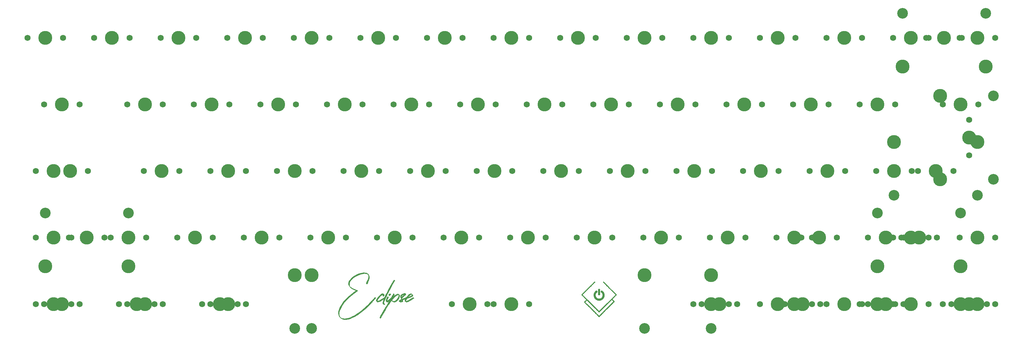
<source format=gbr>
%TF.GenerationSoftware,KiCad,Pcbnew,(5.1.11)-1*%
%TF.CreationDate,2022-09-07T08:58:02+07:00*%
%TF.ProjectId,Eclipse60,45636c69-7073-4653-9630-2e6b69636164,rev?*%
%TF.SameCoordinates,Original*%
%TF.FileFunction,Soldermask,Top*%
%TF.FilePolarity,Negative*%
%FSLAX46Y46*%
G04 Gerber Fmt 4.6, Leading zero omitted, Abs format (unit mm)*
G04 Created by KiCad (PCBNEW (5.1.11)-1) date 2022-09-07 08:58:02*
%MOMM*%
%LPD*%
G01*
G04 APERTURE LIST*
%ADD10C,0.010000*%
%ADD11C,3.048000*%
%ADD12C,3.987800*%
%ADD13C,1.750000*%
G04 APERTURE END LIST*
D10*
%TO.C,Eclipse*%
G36*
X136773683Y-111282084D02*
G01*
X136838559Y-111314956D01*
X136843909Y-111318182D01*
X136939102Y-111394392D01*
X136959240Y-111469853D01*
X136902639Y-111554572D01*
X136788978Y-111644060D01*
X136682078Y-111727981D01*
X136612031Y-111802864D01*
X136596083Y-111838242D01*
X136570576Y-111892620D01*
X136504796Y-111886978D01*
X136414850Y-111824457D01*
X136387964Y-111797651D01*
X136320346Y-111700478D01*
X136317682Y-111610256D01*
X136384450Y-111514063D01*
X136525129Y-111398974D01*
X136526435Y-111398035D01*
X136642947Y-111317254D01*
X136716921Y-111280727D01*
X136773683Y-111282084D01*
G37*
X136773683Y-111282084D02*
X136838559Y-111314956D01*
X136843909Y-111318182D01*
X136939102Y-111394392D01*
X136959240Y-111469853D01*
X136902639Y-111554572D01*
X136788978Y-111644060D01*
X136682078Y-111727981D01*
X136612031Y-111802864D01*
X136596083Y-111838242D01*
X136570576Y-111892620D01*
X136504796Y-111886978D01*
X136414850Y-111824457D01*
X136387964Y-111797651D01*
X136320346Y-111700478D01*
X136317682Y-111610256D01*
X136384450Y-111514063D01*
X136525129Y-111398974D01*
X136526435Y-111398035D01*
X136642947Y-111317254D01*
X136716921Y-111280727D01*
X136773683Y-111282084D01*
G36*
X141113355Y-111203470D02*
G01*
X141187020Y-111250977D01*
X141199833Y-111262699D01*
X141265681Y-111344686D01*
X141288240Y-111432499D01*
X141263057Y-111532644D01*
X141185676Y-111651629D01*
X141051643Y-111795960D01*
X140856503Y-111972143D01*
X140595802Y-112186686D01*
X140533083Y-112236608D01*
X140368017Y-112370154D01*
X140228883Y-112487907D01*
X140128427Y-112578691D01*
X140079397Y-112631328D01*
X140076776Y-112636687D01*
X140090258Y-112706428D01*
X140119109Y-112756043D01*
X140145578Y-112781054D01*
X140185216Y-112790370D01*
X140250520Y-112780743D01*
X140353984Y-112748922D01*
X140508105Y-112691657D01*
X140725378Y-112605698D01*
X140777413Y-112584816D01*
X141009887Y-112490440D01*
X141178916Y-112417562D01*
X141299924Y-112356888D01*
X141388335Y-112299124D01*
X141459573Y-112234977D01*
X141497605Y-112191287D01*
X141982408Y-112191287D01*
X141983358Y-112196041D01*
X142035208Y-112182124D01*
X142142689Y-112145654D01*
X142281199Y-112095022D01*
X142567914Y-111977501D01*
X142791526Y-111865490D01*
X142947456Y-111762160D01*
X143031122Y-111670679D01*
X143037941Y-111594217D01*
X143027717Y-111578554D01*
X142931763Y-111524680D01*
X142795130Y-111535539D01*
X142626698Y-111607213D01*
X142435346Y-111735787D01*
X142229954Y-111917346D01*
X142206575Y-111940697D01*
X142096120Y-112055519D01*
X142017444Y-112143571D01*
X141982408Y-112191287D01*
X141497605Y-112191287D01*
X141529061Y-112155153D01*
X141564932Y-112110299D01*
X141811764Y-111822876D01*
X142053245Y-111588818D01*
X142281782Y-111413914D01*
X142489782Y-111303955D01*
X142669651Y-111264732D01*
X142673742Y-111264708D01*
X142834412Y-111297686D01*
X142999756Y-111384882D01*
X143149712Y-111508685D01*
X143264217Y-111651486D01*
X143323205Y-111795675D01*
X143327083Y-111838146D01*
X143286936Y-111926846D01*
X143171750Y-112028643D01*
X142989408Y-112139534D01*
X142747792Y-112255515D01*
X142454784Y-112372580D01*
X142118268Y-112486725D01*
X141951250Y-112537086D01*
X141789347Y-112589973D01*
X141658073Y-112643735D01*
X141579852Y-112688841D01*
X141570250Y-112699007D01*
X141495426Y-112822519D01*
X141415239Y-112971976D01*
X141340941Y-113124058D01*
X141283787Y-113255446D01*
X141255031Y-113342819D01*
X141253596Y-113355163D01*
X141264908Y-113405652D01*
X141315450Y-113420289D01*
X141411500Y-113409523D01*
X141558049Y-113367979D01*
X141759844Y-113284424D01*
X142003113Y-113165895D01*
X142274087Y-113019427D01*
X142558995Y-112852055D01*
X142797916Y-112701173D01*
X142975751Y-112586003D01*
X143130427Y-112487700D01*
X143246939Y-112415665D01*
X143310286Y-112379300D01*
X143314617Y-112377369D01*
X143374946Y-112391870D01*
X143459495Y-112452569D01*
X143478833Y-112470943D01*
X143592015Y-112584125D01*
X143385466Y-112731737D01*
X143187076Y-112866551D01*
X142950909Y-113016199D01*
X142697012Y-113169001D01*
X142445433Y-113313282D01*
X142216218Y-113437363D01*
X142029415Y-113529566D01*
X141975277Y-113553175D01*
X141731785Y-113643859D01*
X141542578Y-113689713D01*
X141391681Y-113693154D01*
X141270326Y-113659801D01*
X141134822Y-113572648D01*
X141025080Y-113451794D01*
X140963004Y-113324081D01*
X140956416Y-113275155D01*
X140970401Y-113175554D01*
X141005238Y-113044049D01*
X141018038Y-113005697D01*
X141049260Y-112900771D01*
X141056596Y-112838478D01*
X141050945Y-112831041D01*
X141001027Y-112845613D01*
X140892404Y-112884514D01*
X140744942Y-112940520D01*
X140679912Y-112965946D01*
X140337593Y-113100850D01*
X140403032Y-113282826D01*
X140440528Y-113397228D01*
X140443916Y-113465934D01*
X140409577Y-113522234D01*
X140372873Y-113560399D01*
X140307889Y-113611485D01*
X140222986Y-113643289D01*
X140095081Y-113661789D01*
X139945549Y-113671060D01*
X139738434Y-113673490D01*
X139591766Y-113656815D01*
X139482952Y-113618448D01*
X139482040Y-113617978D01*
X139357695Y-113528390D01*
X139288081Y-113424959D01*
X139287461Y-113403402D01*
X139771083Y-113403402D01*
X139804646Y-113426571D01*
X139885330Y-113420844D01*
X139983131Y-113392248D01*
X140068040Y-113346812D01*
X140073310Y-113342685D01*
X140135091Y-113278322D01*
X140146340Y-113234711D01*
X140145602Y-113233899D01*
X140097961Y-113236771D01*
X140006853Y-113268395D01*
X139902168Y-113315243D01*
X139813794Y-113363788D01*
X139771620Y-113400502D01*
X139771083Y-113403402D01*
X139287461Y-113403402D01*
X139285354Y-113330262D01*
X139333932Y-113278000D01*
X139437576Y-113202547D01*
X139574899Y-113117096D01*
X139724518Y-113034843D01*
X139865047Y-112968979D01*
X139882121Y-112962076D01*
X140014325Y-112909892D01*
X139862466Y-112613909D01*
X139746927Y-112338851D01*
X139715281Y-112164461D01*
X140000337Y-112164461D01*
X140012769Y-112176158D01*
X140057168Y-112153672D01*
X140142748Y-112091429D01*
X140278722Y-111983854D01*
X140386406Y-111896789D01*
X140579755Y-111735477D01*
X140708964Y-111617564D01*
X140772322Y-111544755D01*
X140768119Y-111518750D01*
X140766442Y-111518708D01*
X140715934Y-111537287D01*
X140613435Y-111585979D01*
X140482142Y-111653711D01*
X140254056Y-111804785D01*
X140089281Y-111977460D01*
X140010661Y-112124157D01*
X140000337Y-112164461D01*
X139715281Y-112164461D01*
X139703710Y-112100701D01*
X139732642Y-111892631D01*
X139833547Y-111707812D01*
X139839174Y-111700686D01*
X139981804Y-111566211D01*
X140181592Y-111434589D01*
X140411681Y-111319155D01*
X140645216Y-111233247D01*
X140855338Y-111190200D01*
X140869459Y-111189068D01*
X141017711Y-111185110D01*
X141113355Y-111203470D01*
G37*
X141113355Y-111203470D02*
X141187020Y-111250977D01*
X141199833Y-111262699D01*
X141265681Y-111344686D01*
X141288240Y-111432499D01*
X141263057Y-111532644D01*
X141185676Y-111651629D01*
X141051643Y-111795960D01*
X140856503Y-111972143D01*
X140595802Y-112186686D01*
X140533083Y-112236608D01*
X140368017Y-112370154D01*
X140228883Y-112487907D01*
X140128427Y-112578691D01*
X140079397Y-112631328D01*
X140076776Y-112636687D01*
X140090258Y-112706428D01*
X140119109Y-112756043D01*
X140145578Y-112781054D01*
X140185216Y-112790370D01*
X140250520Y-112780743D01*
X140353984Y-112748922D01*
X140508105Y-112691657D01*
X140725378Y-112605698D01*
X140777413Y-112584816D01*
X141009887Y-112490440D01*
X141178916Y-112417562D01*
X141299924Y-112356888D01*
X141388335Y-112299124D01*
X141459573Y-112234977D01*
X141497605Y-112191287D01*
X141982408Y-112191287D01*
X141983358Y-112196041D01*
X142035208Y-112182124D01*
X142142689Y-112145654D01*
X142281199Y-112095022D01*
X142567914Y-111977501D01*
X142791526Y-111865490D01*
X142947456Y-111762160D01*
X143031122Y-111670679D01*
X143037941Y-111594217D01*
X143027717Y-111578554D01*
X142931763Y-111524680D01*
X142795130Y-111535539D01*
X142626698Y-111607213D01*
X142435346Y-111735787D01*
X142229954Y-111917346D01*
X142206575Y-111940697D01*
X142096120Y-112055519D01*
X142017444Y-112143571D01*
X141982408Y-112191287D01*
X141497605Y-112191287D01*
X141529061Y-112155153D01*
X141564932Y-112110299D01*
X141811764Y-111822876D01*
X142053245Y-111588818D01*
X142281782Y-111413914D01*
X142489782Y-111303955D01*
X142669651Y-111264732D01*
X142673742Y-111264708D01*
X142834412Y-111297686D01*
X142999756Y-111384882D01*
X143149712Y-111508685D01*
X143264217Y-111651486D01*
X143323205Y-111795675D01*
X143327083Y-111838146D01*
X143286936Y-111926846D01*
X143171750Y-112028643D01*
X142989408Y-112139534D01*
X142747792Y-112255515D01*
X142454784Y-112372580D01*
X142118268Y-112486725D01*
X141951250Y-112537086D01*
X141789347Y-112589973D01*
X141658073Y-112643735D01*
X141579852Y-112688841D01*
X141570250Y-112699007D01*
X141495426Y-112822519D01*
X141415239Y-112971976D01*
X141340941Y-113124058D01*
X141283787Y-113255446D01*
X141255031Y-113342819D01*
X141253596Y-113355163D01*
X141264908Y-113405652D01*
X141315450Y-113420289D01*
X141411500Y-113409523D01*
X141558049Y-113367979D01*
X141759844Y-113284424D01*
X142003113Y-113165895D01*
X142274087Y-113019427D01*
X142558995Y-112852055D01*
X142797916Y-112701173D01*
X142975751Y-112586003D01*
X143130427Y-112487700D01*
X143246939Y-112415665D01*
X143310286Y-112379300D01*
X143314617Y-112377369D01*
X143374946Y-112391870D01*
X143459495Y-112452569D01*
X143478833Y-112470943D01*
X143592015Y-112584125D01*
X143385466Y-112731737D01*
X143187076Y-112866551D01*
X142950909Y-113016199D01*
X142697012Y-113169001D01*
X142445433Y-113313282D01*
X142216218Y-113437363D01*
X142029415Y-113529566D01*
X141975277Y-113553175D01*
X141731785Y-113643859D01*
X141542578Y-113689713D01*
X141391681Y-113693154D01*
X141270326Y-113659801D01*
X141134822Y-113572648D01*
X141025080Y-113451794D01*
X140963004Y-113324081D01*
X140956416Y-113275155D01*
X140970401Y-113175554D01*
X141005238Y-113044049D01*
X141018038Y-113005697D01*
X141049260Y-112900771D01*
X141056596Y-112838478D01*
X141050945Y-112831041D01*
X141001027Y-112845613D01*
X140892404Y-112884514D01*
X140744942Y-112940520D01*
X140679912Y-112965946D01*
X140337593Y-113100850D01*
X140403032Y-113282826D01*
X140440528Y-113397228D01*
X140443916Y-113465934D01*
X140409577Y-113522234D01*
X140372873Y-113560399D01*
X140307889Y-113611485D01*
X140222986Y-113643289D01*
X140095081Y-113661789D01*
X139945549Y-113671060D01*
X139738434Y-113673490D01*
X139591766Y-113656815D01*
X139482952Y-113618448D01*
X139482040Y-113617978D01*
X139357695Y-113528390D01*
X139288081Y-113424959D01*
X139287461Y-113403402D01*
X139771083Y-113403402D01*
X139804646Y-113426571D01*
X139885330Y-113420844D01*
X139983131Y-113392248D01*
X140068040Y-113346812D01*
X140073310Y-113342685D01*
X140135091Y-113278322D01*
X140146340Y-113234711D01*
X140145602Y-113233899D01*
X140097961Y-113236771D01*
X140006853Y-113268395D01*
X139902168Y-113315243D01*
X139813794Y-113363788D01*
X139771620Y-113400502D01*
X139771083Y-113403402D01*
X139287461Y-113403402D01*
X139285354Y-113330262D01*
X139333932Y-113278000D01*
X139437576Y-113202547D01*
X139574899Y-113117096D01*
X139724518Y-113034843D01*
X139865047Y-112968979D01*
X139882121Y-112962076D01*
X140014325Y-112909892D01*
X139862466Y-112613909D01*
X139746927Y-112338851D01*
X139715281Y-112164461D01*
X140000337Y-112164461D01*
X140012769Y-112176158D01*
X140057168Y-112153672D01*
X140142748Y-112091429D01*
X140278722Y-111983854D01*
X140386406Y-111896789D01*
X140579755Y-111735477D01*
X140708964Y-111617564D01*
X140772322Y-111544755D01*
X140768119Y-111518750D01*
X140766442Y-111518708D01*
X140715934Y-111537287D01*
X140613435Y-111585979D01*
X140482142Y-111653711D01*
X140254056Y-111804785D01*
X140089281Y-111977460D01*
X140010661Y-112124157D01*
X140000337Y-112164461D01*
X139715281Y-112164461D01*
X139703710Y-112100701D01*
X139732642Y-111892631D01*
X139833547Y-111707812D01*
X139839174Y-111700686D01*
X139981804Y-111566211D01*
X140181592Y-111434589D01*
X140411681Y-111319155D01*
X140645216Y-111233247D01*
X140855338Y-111190200D01*
X140869459Y-111189068D01*
X141017711Y-111185110D01*
X141113355Y-111203470D01*
G36*
X137923500Y-107392929D02*
G01*
X138008694Y-107452093D01*
X138016109Y-107459350D01*
X138116442Y-107560541D01*
X137775667Y-108153208D01*
X137393412Y-108825869D01*
X137029763Y-109481357D01*
X136687190Y-110114596D01*
X136368161Y-110720510D01*
X136075146Y-111294024D01*
X135810614Y-111830063D01*
X135577033Y-112323552D01*
X135376874Y-112769415D01*
X135212604Y-113162577D01*
X135086693Y-113497962D01*
X135001610Y-113770495D01*
X134966589Y-113927495D01*
X134950982Y-114040712D01*
X134958131Y-114089225D01*
X134993061Y-114091119D01*
X135010367Y-114085048D01*
X135090136Y-114092855D01*
X135183288Y-114148087D01*
X135258149Y-114226490D01*
X135283750Y-114294391D01*
X135248794Y-114359730D01*
X135159971Y-114391111D01*
X135041341Y-114387671D01*
X134916967Y-114348546D01*
X134852621Y-114309867D01*
X134745064Y-114199949D01*
X134684388Y-114059837D01*
X134670508Y-113880550D01*
X134703340Y-113653109D01*
X134782800Y-113368535D01*
X134842144Y-113196032D01*
X134947299Y-112904518D01*
X134850941Y-112965849D01*
X134418637Y-113228485D01*
X134042550Y-113429982D01*
X133720964Y-113570946D01*
X133452166Y-113651983D01*
X133234442Y-113673700D01*
X133066078Y-113636703D01*
X133022532Y-113612684D01*
X132886759Y-113482368D01*
X132812527Y-113320636D01*
X132809780Y-113156035D01*
X132884219Y-112940388D01*
X133015245Y-112691577D01*
X133190149Y-112425082D01*
X133396220Y-112156384D01*
X133620748Y-111900964D01*
X133851024Y-111674301D01*
X134074337Y-111491877D01*
X134276192Y-111369999D01*
X134486016Y-111290322D01*
X134658370Y-111269784D01*
X134814848Y-111306859D01*
X134861263Y-111328646D01*
X134999344Y-111440772D01*
X135066276Y-111590088D01*
X135059422Y-111764040D01*
X134987880Y-111931458D01*
X134916885Y-112032880D01*
X134857942Y-112060573D01*
X134787334Y-112017544D01*
X134733869Y-111963690D01*
X134672189Y-111892212D01*
X134657904Y-111836786D01*
X134688087Y-111760170D01*
X134714050Y-111711361D01*
X134759362Y-111613520D01*
X134774755Y-111550809D01*
X134772108Y-111543289D01*
X134715663Y-111541842D01*
X134610464Y-111583495D01*
X134473598Y-111658113D01*
X134322148Y-111755560D01*
X134173200Y-111865703D01*
X134052265Y-111970296D01*
X133875494Y-112152367D01*
X133696058Y-112360832D01*
X133523377Y-112582105D01*
X133366870Y-112802598D01*
X133235955Y-113008727D01*
X133140053Y-113186905D01*
X133088581Y-113323546D01*
X133082416Y-113369218D01*
X133116493Y-113406926D01*
X133213129Y-113402195D01*
X133363932Y-113358785D01*
X133560511Y-113280454D01*
X133794472Y-113170965D01*
X134057425Y-113034075D01*
X134340978Y-112873546D01*
X134636738Y-112693137D01*
X134742353Y-112625494D01*
X135153456Y-112358803D01*
X135620456Y-111420172D01*
X135791987Y-111079550D01*
X135978310Y-110716916D01*
X136175273Y-110339778D01*
X136378722Y-109955643D01*
X136584502Y-109572020D01*
X136788461Y-109196414D01*
X136986445Y-108836335D01*
X137174299Y-108499290D01*
X137347871Y-108192786D01*
X137503006Y-107924330D01*
X137635552Y-107701431D01*
X137741354Y-107531596D01*
X137816259Y-107422333D01*
X137854874Y-107381529D01*
X137923500Y-107392929D01*
G37*
X137923500Y-107392929D02*
X138008694Y-107452093D01*
X138016109Y-107459350D01*
X138116442Y-107560541D01*
X137775667Y-108153208D01*
X137393412Y-108825869D01*
X137029763Y-109481357D01*
X136687190Y-110114596D01*
X136368161Y-110720510D01*
X136075146Y-111294024D01*
X135810614Y-111830063D01*
X135577033Y-112323552D01*
X135376874Y-112769415D01*
X135212604Y-113162577D01*
X135086693Y-113497962D01*
X135001610Y-113770495D01*
X134966589Y-113927495D01*
X134950982Y-114040712D01*
X134958131Y-114089225D01*
X134993061Y-114091119D01*
X135010367Y-114085048D01*
X135090136Y-114092855D01*
X135183288Y-114148087D01*
X135258149Y-114226490D01*
X135283750Y-114294391D01*
X135248794Y-114359730D01*
X135159971Y-114391111D01*
X135041341Y-114387671D01*
X134916967Y-114348546D01*
X134852621Y-114309867D01*
X134745064Y-114199949D01*
X134684388Y-114059837D01*
X134670508Y-113880550D01*
X134703340Y-113653109D01*
X134782800Y-113368535D01*
X134842144Y-113196032D01*
X134947299Y-112904518D01*
X134850941Y-112965849D01*
X134418637Y-113228485D01*
X134042550Y-113429982D01*
X133720964Y-113570946D01*
X133452166Y-113651983D01*
X133234442Y-113673700D01*
X133066078Y-113636703D01*
X133022532Y-113612684D01*
X132886759Y-113482368D01*
X132812527Y-113320636D01*
X132809780Y-113156035D01*
X132884219Y-112940388D01*
X133015245Y-112691577D01*
X133190149Y-112425082D01*
X133396220Y-112156384D01*
X133620748Y-111900964D01*
X133851024Y-111674301D01*
X134074337Y-111491877D01*
X134276192Y-111369999D01*
X134486016Y-111290322D01*
X134658370Y-111269784D01*
X134814848Y-111306859D01*
X134861263Y-111328646D01*
X134999344Y-111440772D01*
X135066276Y-111590088D01*
X135059422Y-111764040D01*
X134987880Y-111931458D01*
X134916885Y-112032880D01*
X134857942Y-112060573D01*
X134787334Y-112017544D01*
X134733869Y-111963690D01*
X134672189Y-111892212D01*
X134657904Y-111836786D01*
X134688087Y-111760170D01*
X134714050Y-111711361D01*
X134759362Y-111613520D01*
X134774755Y-111550809D01*
X134772108Y-111543289D01*
X134715663Y-111541842D01*
X134610464Y-111583495D01*
X134473598Y-111658113D01*
X134322148Y-111755560D01*
X134173200Y-111865703D01*
X134052265Y-111970296D01*
X133875494Y-112152367D01*
X133696058Y-112360832D01*
X133523377Y-112582105D01*
X133366870Y-112802598D01*
X133235955Y-113008727D01*
X133140053Y-113186905D01*
X133088581Y-113323546D01*
X133082416Y-113369218D01*
X133116493Y-113406926D01*
X133213129Y-113402195D01*
X133363932Y-113358785D01*
X133560511Y-113280454D01*
X133794472Y-113170965D01*
X134057425Y-113034075D01*
X134340978Y-112873546D01*
X134636738Y-112693137D01*
X134742353Y-112625494D01*
X135153456Y-112358803D01*
X135620456Y-111420172D01*
X135791987Y-111079550D01*
X135978310Y-110716916D01*
X136175273Y-110339778D01*
X136378722Y-109955643D01*
X136584502Y-109572020D01*
X136788461Y-109196414D01*
X136986445Y-108836335D01*
X137174299Y-108499290D01*
X137347871Y-108192786D01*
X137503006Y-107924330D01*
X137635552Y-107701431D01*
X137741354Y-107531596D01*
X137816259Y-107422333D01*
X137854874Y-107381529D01*
X137923500Y-107392929D01*
G36*
X137875450Y-111325112D02*
G01*
X137947261Y-111393519D01*
X137975651Y-111445808D01*
X137964913Y-111519986D01*
X137909279Y-111654085D01*
X137812817Y-111838955D01*
X137759233Y-111932746D01*
X137518860Y-112344208D01*
X137814956Y-112052771D01*
X138129083Y-111770088D01*
X138420816Y-111561510D01*
X138688092Y-111427671D01*
X138928848Y-111369202D01*
X139141020Y-111386733D01*
X139322546Y-111480898D01*
X139408159Y-111565089D01*
X139492077Y-111727428D01*
X139516778Y-111932035D01*
X139488029Y-112166908D01*
X139411598Y-112420044D01*
X139293252Y-112679439D01*
X139138760Y-112933091D01*
X138953889Y-113168997D01*
X138744406Y-113375153D01*
X138516079Y-113539557D01*
X138439078Y-113581843D01*
X138172705Y-113674409D01*
X137906384Y-113682421D01*
X137640788Y-113605988D01*
X137376590Y-113445221D01*
X137319614Y-113399297D01*
X137233819Y-113332896D01*
X137179399Y-113301631D01*
X137171917Y-113302024D01*
X137000713Y-113520881D01*
X136794686Y-113808649D01*
X136557849Y-114159001D01*
X136294215Y-114565613D01*
X136007798Y-115022161D01*
X135702613Y-115522321D01*
X135382672Y-116059768D01*
X135051989Y-116628178D01*
X134966250Y-116777628D01*
X134720962Y-117203616D01*
X134509987Y-117564139D01*
X134334332Y-117857559D01*
X134195001Y-118082243D01*
X134093002Y-118236554D01*
X134029339Y-118318856D01*
X134009727Y-118333003D01*
X133930427Y-118304785D01*
X133872144Y-118256958D01*
X133817410Y-118175119D01*
X133802083Y-118122970D01*
X133822878Y-118063772D01*
X133881846Y-117941024D01*
X133973861Y-117763933D01*
X134093797Y-117541705D01*
X134236527Y-117283547D01*
X134396925Y-116998666D01*
X134569865Y-116696269D01*
X134750221Y-116385563D01*
X134932867Y-116075754D01*
X135063238Y-115857875D01*
X135250115Y-115546375D01*
X135440069Y-115227322D01*
X135628251Y-114909077D01*
X135809811Y-114600006D01*
X135979900Y-114308472D01*
X136133666Y-114042839D01*
X136266261Y-113811470D01*
X136372835Y-113622730D01*
X136448536Y-113484982D01*
X136488516Y-113406590D01*
X136493377Y-113391557D01*
X136454869Y-113406727D01*
X136366643Y-113458584D01*
X136259091Y-113528414D01*
X136059210Y-113639090D01*
X135891920Y-113676528D01*
X135748295Y-113641282D01*
X135649356Y-113566102D01*
X135573245Y-113464740D01*
X135542987Y-113347601D01*
X135558579Y-113197987D01*
X135620015Y-112999200D01*
X135649177Y-112922928D01*
X135711783Y-112775687D01*
X135789119Y-112610181D01*
X135872010Y-112444024D01*
X135951275Y-112294830D01*
X136017738Y-112180215D01*
X136062219Y-112117792D01*
X136072049Y-112111375D01*
X136138111Y-112138451D01*
X136219462Y-112200776D01*
X136283211Y-112269993D01*
X136299750Y-112307683D01*
X136281605Y-112370140D01*
X136233040Y-112487122D01*
X136162856Y-112638118D01*
X136125232Y-112714352D01*
X136038891Y-112891556D01*
X135960974Y-113061120D01*
X135904580Y-113194228D01*
X135892607Y-113226145D01*
X135834499Y-113390839D01*
X135950708Y-113317009D01*
X136092300Y-113219215D01*
X137311043Y-113219215D01*
X137370456Y-113290663D01*
X137503373Y-113367593D01*
X137548583Y-113389201D01*
X137732220Y-113444748D01*
X137922226Y-113435215D01*
X138140483Y-113359362D01*
X138149670Y-113355135D01*
X138252468Y-113290976D01*
X138388984Y-113183628D01*
X138535606Y-113052209D01*
X138591918Y-112997061D01*
X138791084Y-112765539D01*
X138967073Y-112502464D01*
X139108005Y-112229969D01*
X139201996Y-111970186D01*
X139234203Y-111800641D01*
X139253543Y-111595742D01*
X139099563Y-111624280D01*
X138885694Y-111696342D01*
X138637902Y-111836470D01*
X138363389Y-112038722D01*
X138069358Y-112297157D01*
X137763012Y-112605832D01*
X137451554Y-112958808D01*
X137387106Y-113036861D01*
X137318728Y-113139273D01*
X137311043Y-113219215D01*
X136092300Y-113219215D01*
X136133433Y-113190806D01*
X136355948Y-113021132D01*
X136597817Y-112824022D01*
X136792108Y-112656831D01*
X136925134Y-112531985D01*
X137040353Y-112403789D01*
X137152262Y-112253080D01*
X137275356Y-112060693D01*
X137390707Y-111865485D01*
X137503198Y-111672669D01*
X137602493Y-111505546D01*
X137680131Y-111378129D01*
X137727649Y-111304428D01*
X137736469Y-111292982D01*
X137795140Y-111285181D01*
X137875450Y-111325112D01*
G37*
X137875450Y-111325112D02*
X137947261Y-111393519D01*
X137975651Y-111445808D01*
X137964913Y-111519986D01*
X137909279Y-111654085D01*
X137812817Y-111838955D01*
X137759233Y-111932746D01*
X137518860Y-112344208D01*
X137814956Y-112052771D01*
X138129083Y-111770088D01*
X138420816Y-111561510D01*
X138688092Y-111427671D01*
X138928848Y-111369202D01*
X139141020Y-111386733D01*
X139322546Y-111480898D01*
X139408159Y-111565089D01*
X139492077Y-111727428D01*
X139516778Y-111932035D01*
X139488029Y-112166908D01*
X139411598Y-112420044D01*
X139293252Y-112679439D01*
X139138760Y-112933091D01*
X138953889Y-113168997D01*
X138744406Y-113375153D01*
X138516079Y-113539557D01*
X138439078Y-113581843D01*
X138172705Y-113674409D01*
X137906384Y-113682421D01*
X137640788Y-113605988D01*
X137376590Y-113445221D01*
X137319614Y-113399297D01*
X137233819Y-113332896D01*
X137179399Y-113301631D01*
X137171917Y-113302024D01*
X137000713Y-113520881D01*
X136794686Y-113808649D01*
X136557849Y-114159001D01*
X136294215Y-114565613D01*
X136007798Y-115022161D01*
X135702613Y-115522321D01*
X135382672Y-116059768D01*
X135051989Y-116628178D01*
X134966250Y-116777628D01*
X134720962Y-117203616D01*
X134509987Y-117564139D01*
X134334332Y-117857559D01*
X134195001Y-118082243D01*
X134093002Y-118236554D01*
X134029339Y-118318856D01*
X134009727Y-118333003D01*
X133930427Y-118304785D01*
X133872144Y-118256958D01*
X133817410Y-118175119D01*
X133802083Y-118122970D01*
X133822878Y-118063772D01*
X133881846Y-117941024D01*
X133973861Y-117763933D01*
X134093797Y-117541705D01*
X134236527Y-117283547D01*
X134396925Y-116998666D01*
X134569865Y-116696269D01*
X134750221Y-116385563D01*
X134932867Y-116075754D01*
X135063238Y-115857875D01*
X135250115Y-115546375D01*
X135440069Y-115227322D01*
X135628251Y-114909077D01*
X135809811Y-114600006D01*
X135979900Y-114308472D01*
X136133666Y-114042839D01*
X136266261Y-113811470D01*
X136372835Y-113622730D01*
X136448536Y-113484982D01*
X136488516Y-113406590D01*
X136493377Y-113391557D01*
X136454869Y-113406727D01*
X136366643Y-113458584D01*
X136259091Y-113528414D01*
X136059210Y-113639090D01*
X135891920Y-113676528D01*
X135748295Y-113641282D01*
X135649356Y-113566102D01*
X135573245Y-113464740D01*
X135542987Y-113347601D01*
X135558579Y-113197987D01*
X135620015Y-112999200D01*
X135649177Y-112922928D01*
X135711783Y-112775687D01*
X135789119Y-112610181D01*
X135872010Y-112444024D01*
X135951275Y-112294830D01*
X136017738Y-112180215D01*
X136062219Y-112117792D01*
X136072049Y-112111375D01*
X136138111Y-112138451D01*
X136219462Y-112200776D01*
X136283211Y-112269993D01*
X136299750Y-112307683D01*
X136281605Y-112370140D01*
X136233040Y-112487122D01*
X136162856Y-112638118D01*
X136125232Y-112714352D01*
X136038891Y-112891556D01*
X135960974Y-113061120D01*
X135904580Y-113194228D01*
X135892607Y-113226145D01*
X135834499Y-113390839D01*
X135950708Y-113317009D01*
X136092300Y-113219215D01*
X137311043Y-113219215D01*
X137370456Y-113290663D01*
X137503373Y-113367593D01*
X137548583Y-113389201D01*
X137732220Y-113444748D01*
X137922226Y-113435215D01*
X138140483Y-113359362D01*
X138149670Y-113355135D01*
X138252468Y-113290976D01*
X138388984Y-113183628D01*
X138535606Y-113052209D01*
X138591918Y-112997061D01*
X138791084Y-112765539D01*
X138967073Y-112502464D01*
X139108005Y-112229969D01*
X139201996Y-111970186D01*
X139234203Y-111800641D01*
X139253543Y-111595742D01*
X139099563Y-111624280D01*
X138885694Y-111696342D01*
X138637902Y-111836470D01*
X138363389Y-112038722D01*
X138069358Y-112297157D01*
X137763012Y-112605832D01*
X137451554Y-112958808D01*
X137387106Y-113036861D01*
X137318728Y-113139273D01*
X137311043Y-113219215D01*
X136092300Y-113219215D01*
X136133433Y-113190806D01*
X136355948Y-113021132D01*
X136597817Y-112824022D01*
X136792108Y-112656831D01*
X136925134Y-112531985D01*
X137040353Y-112403789D01*
X137152262Y-112253080D01*
X137275356Y-112060693D01*
X137390707Y-111865485D01*
X137503198Y-111672669D01*
X137602493Y-111505546D01*
X137680131Y-111378129D01*
X137727649Y-111304428D01*
X137736469Y-111292982D01*
X137795140Y-111285181D01*
X137875450Y-111325112D01*
G36*
X129565706Y-105289744D02*
G01*
X129862866Y-105344885D01*
X129892755Y-105354338D01*
X130216023Y-105499537D01*
X130479660Y-105698426D01*
X130678333Y-105945998D01*
X130795725Y-106201791D01*
X130830346Y-106389606D01*
X130836092Y-106630890D01*
X130815099Y-106900326D01*
X130769502Y-107172600D01*
X130701437Y-107422396D01*
X130690026Y-107454708D01*
X130612459Y-107651101D01*
X130517328Y-107868263D01*
X130415043Y-108084673D01*
X130316011Y-108278809D01*
X130230641Y-108429152D01*
X130188420Y-108491875D01*
X130143269Y-108543423D01*
X130103347Y-108545898D01*
X130041196Y-108494693D01*
X130007365Y-108461513D01*
X129890951Y-108346485D01*
X130110397Y-107890013D01*
X130266877Y-107550656D01*
X130383717Y-107262454D01*
X130467770Y-107005796D01*
X130525884Y-106761077D01*
X130546739Y-106641050D01*
X130565939Y-106375322D01*
X130543492Y-106124749D01*
X130482998Y-105912178D01*
X130412412Y-105788337D01*
X130274498Y-105676259D01*
X130066399Y-105595073D01*
X129797758Y-105547466D01*
X129505250Y-105535637D01*
X129049615Y-105572727D01*
X128575991Y-105667846D01*
X128094629Y-105814842D01*
X127615781Y-106007564D01*
X127149700Y-106239860D01*
X126706635Y-106505578D01*
X126296841Y-106798566D01*
X125930568Y-107112673D01*
X125618069Y-107441747D01*
X125369594Y-107779636D01*
X125195397Y-108120188D01*
X125194563Y-108122315D01*
X125141415Y-108334262D01*
X125124806Y-108580720D01*
X125144227Y-108825872D01*
X125199165Y-109033899D01*
X125207858Y-109054090D01*
X125360319Y-109292794D01*
X125592967Y-109517585D01*
X125902111Y-109726071D01*
X126284059Y-109915863D01*
X126735119Y-110084570D01*
X126859416Y-110123525D01*
X127101889Y-110205606D01*
X127290813Y-110287553D01*
X127419401Y-110365029D01*
X127480866Y-110433694D01*
X127468419Y-110489210D01*
X127450991Y-110501679D01*
X127362810Y-110559280D01*
X127220589Y-110660570D01*
X127036384Y-110796326D01*
X126822255Y-110957329D01*
X126590261Y-111134357D01*
X126352458Y-111318190D01*
X126120906Y-111499607D01*
X125907663Y-111669388D01*
X125724787Y-111818312D01*
X125675402Y-111859426D01*
X125106995Y-112359503D01*
X124580160Y-112870440D01*
X124097987Y-113387310D01*
X123663567Y-113905191D01*
X123279988Y-114419157D01*
X122950340Y-114924284D01*
X122677713Y-115415649D01*
X122465198Y-115888326D01*
X122315882Y-116337391D01*
X122232857Y-116757921D01*
X122219212Y-117144991D01*
X122240886Y-117333283D01*
X122319501Y-117655949D01*
X122434429Y-117909595D01*
X122592716Y-118104648D01*
X122801404Y-118251535D01*
X122890358Y-118294689D01*
X123083699Y-118354243D01*
X123337006Y-118394855D01*
X123627428Y-118415195D01*
X123932117Y-118413935D01*
X124228223Y-118389743D01*
X124313908Y-118377507D01*
X124833509Y-118260843D01*
X125389300Y-118071919D01*
X125977336Y-117813026D01*
X126593675Y-117486454D01*
X127234373Y-117094493D01*
X127895486Y-116639434D01*
X128573071Y-116123568D01*
X129263184Y-115549184D01*
X129420583Y-115411412D01*
X129618754Y-115230563D01*
X129860607Y-115000544D01*
X130134701Y-114733023D01*
X130429598Y-114439665D01*
X130733856Y-114132137D01*
X131036036Y-113822107D01*
X131324699Y-113521242D01*
X131588405Y-113241207D01*
X131815713Y-112993670D01*
X131995184Y-112790298D01*
X132024083Y-112756245D01*
X132162921Y-112596775D01*
X132287487Y-112463872D01*
X132385551Y-112369876D01*
X132444887Y-112327125D01*
X132450620Y-112325820D01*
X132524223Y-112352715D01*
X132609811Y-112421515D01*
X132612377Y-112424220D01*
X132707429Y-112525398D01*
X132228172Y-113069633D01*
X131408410Y-113970772D01*
X130606248Y-114791867D01*
X129819077Y-115535093D01*
X129044289Y-116202626D01*
X128279277Y-116796641D01*
X127521433Y-117319314D01*
X126768147Y-117772820D01*
X126279503Y-118031648D01*
X125691550Y-118300771D01*
X125142204Y-118498464D01*
X124626536Y-118625911D01*
X124139615Y-118684296D01*
X123676510Y-118674802D01*
X123623597Y-118669303D01*
X123281580Y-118606296D01*
X122978367Y-118492717D01*
X122723181Y-118346341D01*
X122475586Y-118154216D01*
X122281195Y-117930612D01*
X122118685Y-117650459D01*
X122102589Y-117616713D01*
X121995400Y-117295917D01*
X121949390Y-116928362D01*
X121965168Y-116526453D01*
X122030648Y-116154208D01*
X122162820Y-115728877D01*
X122363813Y-115268252D01*
X122629185Y-114779476D01*
X122954494Y-114269693D01*
X123335298Y-113746045D01*
X123767155Y-113215677D01*
X124070701Y-112873375D01*
X124356906Y-112576934D01*
X124698917Y-112249224D01*
X125080815Y-111903969D01*
X125486683Y-111554892D01*
X125900605Y-111215717D01*
X126306662Y-110900167D01*
X126651769Y-110648042D01*
X126794947Y-110544323D01*
X126907447Y-110457461D01*
X126974194Y-110399393D01*
X126986009Y-110383375D01*
X126948856Y-110357112D01*
X126849354Y-110310164D01*
X126704877Y-110250359D01*
X126608420Y-110213277D01*
X126137112Y-110009127D01*
X125735746Y-109777507D01*
X125406113Y-109521492D01*
X125150006Y-109244157D01*
X124969218Y-108948578D01*
X124865541Y-108637830D01*
X124840768Y-108314989D01*
X124896692Y-107983130D01*
X125035106Y-107645329D01*
X125072380Y-107578129D01*
X125242771Y-107333521D01*
X125477539Y-107068951D01*
X125762616Y-106796319D01*
X126083937Y-106527521D01*
X126427434Y-106274455D01*
X126779040Y-106049021D01*
X127066015Y-105891888D01*
X127507554Y-105691946D01*
X127955230Y-105528776D01*
X128396963Y-105404673D01*
X128820674Y-105321935D01*
X129214282Y-105282859D01*
X129565706Y-105289744D01*
G37*
X129565706Y-105289744D02*
X129862866Y-105344885D01*
X129892755Y-105354338D01*
X130216023Y-105499537D01*
X130479660Y-105698426D01*
X130678333Y-105945998D01*
X130795725Y-106201791D01*
X130830346Y-106389606D01*
X130836092Y-106630890D01*
X130815099Y-106900326D01*
X130769502Y-107172600D01*
X130701437Y-107422396D01*
X130690026Y-107454708D01*
X130612459Y-107651101D01*
X130517328Y-107868263D01*
X130415043Y-108084673D01*
X130316011Y-108278809D01*
X130230641Y-108429152D01*
X130188420Y-108491875D01*
X130143269Y-108543423D01*
X130103347Y-108545898D01*
X130041196Y-108494693D01*
X130007365Y-108461513D01*
X129890951Y-108346485D01*
X130110397Y-107890013D01*
X130266877Y-107550656D01*
X130383717Y-107262454D01*
X130467770Y-107005796D01*
X130525884Y-106761077D01*
X130546739Y-106641050D01*
X130565939Y-106375322D01*
X130543492Y-106124749D01*
X130482998Y-105912178D01*
X130412412Y-105788337D01*
X130274498Y-105676259D01*
X130066399Y-105595073D01*
X129797758Y-105547466D01*
X129505250Y-105535637D01*
X129049615Y-105572727D01*
X128575991Y-105667846D01*
X128094629Y-105814842D01*
X127615781Y-106007564D01*
X127149700Y-106239860D01*
X126706635Y-106505578D01*
X126296841Y-106798566D01*
X125930568Y-107112673D01*
X125618069Y-107441747D01*
X125369594Y-107779636D01*
X125195397Y-108120188D01*
X125194563Y-108122315D01*
X125141415Y-108334262D01*
X125124806Y-108580720D01*
X125144227Y-108825872D01*
X125199165Y-109033899D01*
X125207858Y-109054090D01*
X125360319Y-109292794D01*
X125592967Y-109517585D01*
X125902111Y-109726071D01*
X126284059Y-109915863D01*
X126735119Y-110084570D01*
X126859416Y-110123525D01*
X127101889Y-110205606D01*
X127290813Y-110287553D01*
X127419401Y-110365029D01*
X127480866Y-110433694D01*
X127468419Y-110489210D01*
X127450991Y-110501679D01*
X127362810Y-110559280D01*
X127220589Y-110660570D01*
X127036384Y-110796326D01*
X126822255Y-110957329D01*
X126590261Y-111134357D01*
X126352458Y-111318190D01*
X126120906Y-111499607D01*
X125907663Y-111669388D01*
X125724787Y-111818312D01*
X125675402Y-111859426D01*
X125106995Y-112359503D01*
X124580160Y-112870440D01*
X124097987Y-113387310D01*
X123663567Y-113905191D01*
X123279988Y-114419157D01*
X122950340Y-114924284D01*
X122677713Y-115415649D01*
X122465198Y-115888326D01*
X122315882Y-116337391D01*
X122232857Y-116757921D01*
X122219212Y-117144991D01*
X122240886Y-117333283D01*
X122319501Y-117655949D01*
X122434429Y-117909595D01*
X122592716Y-118104648D01*
X122801404Y-118251535D01*
X122890358Y-118294689D01*
X123083699Y-118354243D01*
X123337006Y-118394855D01*
X123627428Y-118415195D01*
X123932117Y-118413935D01*
X124228223Y-118389743D01*
X124313908Y-118377507D01*
X124833509Y-118260843D01*
X125389300Y-118071919D01*
X125977336Y-117813026D01*
X126593675Y-117486454D01*
X127234373Y-117094493D01*
X127895486Y-116639434D01*
X128573071Y-116123568D01*
X129263184Y-115549184D01*
X129420583Y-115411412D01*
X129618754Y-115230563D01*
X129860607Y-115000544D01*
X130134701Y-114733023D01*
X130429598Y-114439665D01*
X130733856Y-114132137D01*
X131036036Y-113822107D01*
X131324699Y-113521242D01*
X131588405Y-113241207D01*
X131815713Y-112993670D01*
X131995184Y-112790298D01*
X132024083Y-112756245D01*
X132162921Y-112596775D01*
X132287487Y-112463872D01*
X132385551Y-112369876D01*
X132444887Y-112327125D01*
X132450620Y-112325820D01*
X132524223Y-112352715D01*
X132609811Y-112421515D01*
X132612377Y-112424220D01*
X132707429Y-112525398D01*
X132228172Y-113069633D01*
X131408410Y-113970772D01*
X130606248Y-114791867D01*
X129819077Y-115535093D01*
X129044289Y-116202626D01*
X128279277Y-116796641D01*
X127521433Y-117319314D01*
X126768147Y-117772820D01*
X126279503Y-118031648D01*
X125691550Y-118300771D01*
X125142204Y-118498464D01*
X124626536Y-118625911D01*
X124139615Y-118684296D01*
X123676510Y-118674802D01*
X123623597Y-118669303D01*
X123281580Y-118606296D01*
X122978367Y-118492717D01*
X122723181Y-118346341D01*
X122475586Y-118154216D01*
X122281195Y-117930612D01*
X122118685Y-117650459D01*
X122102589Y-117616713D01*
X121995400Y-117295917D01*
X121949390Y-116928362D01*
X121965168Y-116526453D01*
X122030648Y-116154208D01*
X122162820Y-115728877D01*
X122363813Y-115268252D01*
X122629185Y-114779476D01*
X122954494Y-114269693D01*
X123335298Y-113746045D01*
X123767155Y-113215677D01*
X124070701Y-112873375D01*
X124356906Y-112576934D01*
X124698917Y-112249224D01*
X125080815Y-111903969D01*
X125486683Y-111554892D01*
X125900605Y-111215717D01*
X126306662Y-110900167D01*
X126651769Y-110648042D01*
X126794947Y-110544323D01*
X126907447Y-110457461D01*
X126974194Y-110399393D01*
X126986009Y-110383375D01*
X126948856Y-110357112D01*
X126849354Y-110310164D01*
X126704877Y-110250359D01*
X126608420Y-110213277D01*
X126137112Y-110009127D01*
X125735746Y-109777507D01*
X125406113Y-109521492D01*
X125150006Y-109244157D01*
X124969218Y-108948578D01*
X124865541Y-108637830D01*
X124840768Y-108314989D01*
X124896692Y-107983130D01*
X125035106Y-107645329D01*
X125072380Y-107578129D01*
X125242771Y-107333521D01*
X125477539Y-107068951D01*
X125762616Y-106796319D01*
X126083937Y-106527521D01*
X126427434Y-106274455D01*
X126779040Y-106049021D01*
X127066015Y-105891888D01*
X127507554Y-105691946D01*
X127955230Y-105528776D01*
X128396963Y-105404673D01*
X128820674Y-105321935D01*
X129214282Y-105282859D01*
X129565706Y-105289744D01*
%TO.C,G\u002A\u002A\u002A*%
G36*
X195306480Y-107852277D02*
G01*
X195339073Y-107863403D01*
X195367141Y-107883159D01*
X195381069Y-107899305D01*
X195394341Y-107926645D01*
X195400933Y-107959018D01*
X195400176Y-107991755D01*
X195396580Y-108007610D01*
X195394913Y-108010528D01*
X195390961Y-108015664D01*
X195384520Y-108023224D01*
X195375387Y-108033413D01*
X195363357Y-108046437D01*
X195348227Y-108062502D01*
X195329793Y-108081813D01*
X195307851Y-108104577D01*
X195282197Y-108130999D01*
X195252627Y-108161284D01*
X195218937Y-108195639D01*
X195180923Y-108234270D01*
X195138381Y-108277381D01*
X195091107Y-108325180D01*
X195038898Y-108377870D01*
X194981549Y-108435659D01*
X194918857Y-108498752D01*
X194850617Y-108567355D01*
X194776626Y-108641673D01*
X194696680Y-108721913D01*
X194610574Y-108808279D01*
X194518105Y-108900978D01*
X194419069Y-109000216D01*
X194313262Y-109106198D01*
X194200480Y-109219129D01*
X194080519Y-109339217D01*
X193953175Y-109466665D01*
X193818244Y-109601681D01*
X193675523Y-109744470D01*
X193613597Y-109806420D01*
X191837637Y-111583003D01*
X196546607Y-116291973D01*
X198901097Y-113937478D01*
X201255586Y-111582983D01*
X199482413Y-109809264D01*
X199363099Y-109689891D01*
X199245798Y-109572491D01*
X199130770Y-109457323D01*
X199018275Y-109344649D01*
X198908573Y-109234732D01*
X198801923Y-109127831D01*
X198698585Y-109024208D01*
X198598819Y-108924125D01*
X198502886Y-108827842D01*
X198411044Y-108735621D01*
X198323554Y-108647724D01*
X198240675Y-108564411D01*
X198162667Y-108485945D01*
X198089790Y-108412585D01*
X198022305Y-108344594D01*
X197960470Y-108282232D01*
X197904545Y-108225762D01*
X197854790Y-108175444D01*
X197811466Y-108131540D01*
X197774832Y-108094310D01*
X197745147Y-108064017D01*
X197722672Y-108040921D01*
X197707667Y-108025284D01*
X197700390Y-108017367D01*
X197699727Y-108016488D01*
X197691054Y-107987283D01*
X197691007Y-107954862D01*
X197698921Y-107922642D01*
X197714130Y-107894042D01*
X197726227Y-107880277D01*
X197753345Y-107862301D01*
X197785654Y-107852332D01*
X197819761Y-107850854D01*
X197852270Y-107858351D01*
X197859037Y-107861334D01*
X197864477Y-107865710D01*
X197876586Y-107876809D01*
X197895426Y-107894696D01*
X197921062Y-107919433D01*
X197953559Y-107951085D01*
X197992981Y-107989716D01*
X198039390Y-108035388D01*
X198092853Y-108088166D01*
X198153432Y-108148114D01*
X198221192Y-108215294D01*
X198296197Y-108289771D01*
X198378511Y-108371609D01*
X198468198Y-108460872D01*
X198565322Y-108557622D01*
X198669948Y-108661923D01*
X198782139Y-108773840D01*
X198901959Y-108893437D01*
X199029473Y-109020776D01*
X199164745Y-109155921D01*
X199307838Y-109298936D01*
X199458818Y-109449886D01*
X199617747Y-109608833D01*
X199706724Y-109697839D01*
X201531204Y-111523050D01*
X201538091Y-111553016D01*
X201541976Y-111577703D01*
X201540581Y-111600447D01*
X201538064Y-111612948D01*
X201537034Y-111617100D01*
X201535652Y-111621309D01*
X201533530Y-111625978D01*
X201530283Y-111631509D01*
X201525523Y-111638301D01*
X201518865Y-111646758D01*
X201509922Y-111657281D01*
X201498308Y-111670270D01*
X201483636Y-111686129D01*
X201465521Y-111705257D01*
X201443574Y-111728057D01*
X201417411Y-111754931D01*
X201386645Y-111786279D01*
X201350889Y-111822504D01*
X201309757Y-111864006D01*
X201262863Y-111911187D01*
X201209820Y-111964450D01*
X201150241Y-112024194D01*
X201083741Y-112090823D01*
X201009933Y-112164737D01*
X200931127Y-112243638D01*
X200331103Y-112844362D01*
X200637053Y-113151189D01*
X200694121Y-113208442D01*
X200743658Y-113258212D01*
X200786209Y-113301082D01*
X200822320Y-113337634D01*
X200852538Y-113368454D01*
X200877407Y-113394125D01*
X200897474Y-113415230D01*
X200913284Y-113432353D01*
X200925382Y-113446078D01*
X200934315Y-113456988D01*
X200940628Y-113465668D01*
X200944867Y-113472699D01*
X200947577Y-113478667D01*
X200949305Y-113484155D01*
X200949650Y-113485530D01*
X200953292Y-113519934D01*
X200948164Y-113552811D01*
X200941978Y-113568269D01*
X200937566Y-113573077D01*
X200925316Y-113585720D01*
X200905460Y-113605962D01*
X200878235Y-113633570D01*
X200843874Y-113668306D01*
X200802613Y-113709935D01*
X200754686Y-113758223D01*
X200700327Y-113812934D01*
X200639771Y-113873833D01*
X200573254Y-113940683D01*
X200501008Y-114013250D01*
X200423270Y-114091299D01*
X200340273Y-114174593D01*
X200252252Y-114262898D01*
X200159443Y-114355978D01*
X200062079Y-114453598D01*
X199960395Y-114555523D01*
X199854625Y-114661516D01*
X199745005Y-114771343D01*
X199631769Y-114884769D01*
X199515152Y-115001557D01*
X199395387Y-115121473D01*
X199272711Y-115244281D01*
X199147357Y-115369746D01*
X199019560Y-115497632D01*
X198889554Y-115627705D01*
X198775168Y-115742130D01*
X198599954Y-115917374D01*
X198432710Y-116084611D01*
X198273352Y-116243925D01*
X198121798Y-116395398D01*
X197977963Y-116539114D01*
X197841763Y-116675157D01*
X197713115Y-116803609D01*
X197591935Y-116924555D01*
X197478139Y-117038076D01*
X197371644Y-117144257D01*
X197272366Y-117243181D01*
X197180221Y-117334932D01*
X197095124Y-117419591D01*
X197016994Y-117497243D01*
X196945745Y-117567972D01*
X196881295Y-117631859D01*
X196823559Y-117688990D01*
X196772453Y-117739446D01*
X196727894Y-117783311D01*
X196689799Y-117820669D01*
X196658083Y-117851602D01*
X196632662Y-117876195D01*
X196613454Y-117894530D01*
X196600374Y-117906690D01*
X196593338Y-117912760D01*
X196592266Y-117913471D01*
X196560460Y-117922401D01*
X196524989Y-117921960D01*
X196503794Y-117917317D01*
X196500728Y-117915336D01*
X196494580Y-117910222D01*
X196485177Y-117901802D01*
X196472347Y-117889905D01*
X196455916Y-117874360D01*
X196435712Y-117854994D01*
X196411562Y-117831636D01*
X196383294Y-117804114D01*
X196350733Y-117772257D01*
X196313708Y-117735893D01*
X196272045Y-117694850D01*
X196225572Y-117648957D01*
X196174115Y-117598043D01*
X196117503Y-117541935D01*
X196055562Y-117480462D01*
X195988119Y-117413452D01*
X195915001Y-117340734D01*
X195836036Y-117262135D01*
X195751051Y-117177486D01*
X195659872Y-117086613D01*
X195562328Y-116989345D01*
X195458245Y-116885511D01*
X195347450Y-116774938D01*
X195229770Y-116657456D01*
X195105033Y-116532893D01*
X194973066Y-116401076D01*
X194833696Y-116261835D01*
X194686750Y-116114998D01*
X194532055Y-115960393D01*
X194398996Y-115827394D01*
X194265948Y-115694380D01*
X194135287Y-115563716D01*
X194007240Y-115435628D01*
X193882035Y-115310344D01*
X193759896Y-115188093D01*
X193641053Y-115069102D01*
X193525730Y-114953599D01*
X193414156Y-114841811D01*
X193306556Y-114733967D01*
X193203158Y-114630295D01*
X193104189Y-114531021D01*
X193009875Y-114436374D01*
X192920444Y-114346582D01*
X192836121Y-114261873D01*
X192757135Y-114182473D01*
X192683711Y-114108612D01*
X192616076Y-114040517D01*
X192554458Y-113978416D01*
X192499083Y-113922536D01*
X192450178Y-113873106D01*
X192407970Y-113830352D01*
X192372685Y-113794504D01*
X192344551Y-113765788D01*
X192323794Y-113744433D01*
X192310641Y-113730666D01*
X192305319Y-113724716D01*
X192305230Y-113724567D01*
X192294045Y-113689793D01*
X192293982Y-113672066D01*
X192579648Y-113672066D01*
X194560272Y-115652788D01*
X194686331Y-115778838D01*
X194810376Y-115902843D01*
X194932164Y-116024560D01*
X195051448Y-116143745D01*
X195167984Y-116260154D01*
X195281528Y-116373544D01*
X195391834Y-116483669D01*
X195498658Y-116590288D01*
X195601755Y-116693155D01*
X195700880Y-116792027D01*
X195795788Y-116886660D01*
X195886235Y-116976811D01*
X195971977Y-117062234D01*
X196052767Y-117142688D01*
X196128361Y-117217927D01*
X196198515Y-117287708D01*
X196262984Y-117351787D01*
X196321522Y-117409921D01*
X196373886Y-117461864D01*
X196419830Y-117507375D01*
X196459110Y-117546208D01*
X196491481Y-117578120D01*
X196516697Y-117602867D01*
X196534515Y-117620205D01*
X196544689Y-117629890D01*
X196547152Y-117631988D01*
X196551538Y-117627892D01*
X196563749Y-117615957D01*
X196583544Y-117596422D01*
X196610683Y-117569527D01*
X196644927Y-117535511D01*
X196686035Y-117494615D01*
X196733767Y-117447079D01*
X196787884Y-117393143D01*
X196848144Y-117333045D01*
X196914308Y-117267027D01*
X196986136Y-117195327D01*
X197063387Y-117118187D01*
X197145823Y-117035845D01*
X197233201Y-116948542D01*
X197325283Y-116856517D01*
X197421829Y-116760011D01*
X197522598Y-116659262D01*
X197627349Y-116554512D01*
X197735844Y-116446000D01*
X197847842Y-116333965D01*
X197963103Y-116218648D01*
X198081387Y-116100288D01*
X198202453Y-115979125D01*
X198326062Y-115855400D01*
X198451973Y-115729352D01*
X198579947Y-115601220D01*
X198608746Y-115572383D01*
X200664084Y-113514302D01*
X200413299Y-113263566D01*
X200162515Y-113012830D01*
X198388806Y-114786342D01*
X198232958Y-114942155D01*
X198085042Y-115089998D01*
X197944939Y-115229990D01*
X197812528Y-115362251D01*
X197687688Y-115486902D01*
X197570299Y-115604062D01*
X197460239Y-115713852D01*
X197357388Y-115816390D01*
X197261626Y-115911796D01*
X197172831Y-116000192D01*
X197090883Y-116081696D01*
X197015661Y-116156428D01*
X196947045Y-116224509D01*
X196884913Y-116286058D01*
X196829145Y-116341195D01*
X196779620Y-116390039D01*
X196736218Y-116432712D01*
X196698818Y-116469332D01*
X196667299Y-116500019D01*
X196641540Y-116524894D01*
X196621420Y-116544076D01*
X196606820Y-116557686D01*
X196597618Y-116565842D01*
X196593877Y-116568609D01*
X196569561Y-116574951D01*
X196540941Y-116577128D01*
X196513650Y-116574972D01*
X196499885Y-116571393D01*
X196494695Y-116566946D01*
X196481670Y-116554648D01*
X196461038Y-116534724D01*
X196433029Y-116507404D01*
X196397873Y-116472915D01*
X196355797Y-116431485D01*
X196307031Y-116383341D01*
X196251805Y-116328711D01*
X196190347Y-116267822D01*
X196122887Y-116200903D01*
X196049653Y-116128182D01*
X195970875Y-116049885D01*
X195886781Y-115966240D01*
X195797602Y-115877476D01*
X195703565Y-115783820D01*
X195604900Y-115685500D01*
X195501836Y-115582742D01*
X195394602Y-115475776D01*
X195283428Y-115364829D01*
X195168542Y-115250128D01*
X195050173Y-115131902D01*
X194928551Y-115010377D01*
X194803905Y-114885782D01*
X194784298Y-114866179D01*
X193084778Y-113166936D01*
X192579648Y-113672066D01*
X192293982Y-113672066D01*
X192293920Y-113654760D01*
X192297173Y-113639252D01*
X192298966Y-113633747D01*
X192301799Y-113627689D01*
X192306219Y-113620495D01*
X192312770Y-113611585D01*
X192321997Y-113600378D01*
X192334445Y-113586291D01*
X192350659Y-113568745D01*
X192371185Y-113547158D01*
X192396567Y-113520948D01*
X192427350Y-113489534D01*
X192464080Y-113452336D01*
X192507302Y-113408771D01*
X192557560Y-113358259D01*
X192610358Y-113305274D01*
X192916270Y-112998420D01*
X192241576Y-112323521D01*
X192145718Y-112227581D01*
X192057808Y-112139482D01*
X191977670Y-112059046D01*
X191905129Y-111986095D01*
X191840011Y-111920449D01*
X191782138Y-111861931D01*
X191731337Y-111810361D01*
X191687431Y-111765560D01*
X191650244Y-111727351D01*
X191619603Y-111695554D01*
X191595330Y-111669990D01*
X191577252Y-111650481D01*
X191565191Y-111636849D01*
X191558973Y-111628914D01*
X191558125Y-111627401D01*
X191550377Y-111594742D01*
X191552067Y-111560429D01*
X191560334Y-111534465D01*
X191565216Y-111528598D01*
X191577873Y-111514998D01*
X191597993Y-111493978D01*
X191625266Y-111465848D01*
X191659378Y-111430920D01*
X191700020Y-111389506D01*
X191746879Y-111341917D01*
X191799643Y-111288464D01*
X191858001Y-111229459D01*
X191921642Y-111165213D01*
X191990253Y-111096037D01*
X192063524Y-111022244D01*
X192141143Y-110944144D01*
X192222797Y-110862049D01*
X192308177Y-110776270D01*
X192396969Y-110687118D01*
X192488862Y-110594906D01*
X192583546Y-110499944D01*
X192680708Y-110402545D01*
X192780036Y-110303018D01*
X192881219Y-110201677D01*
X192983946Y-110098831D01*
X193087905Y-109994793D01*
X193192785Y-109889874D01*
X193298273Y-109784386D01*
X193404058Y-109678639D01*
X193509829Y-109572945D01*
X193615274Y-109467617D01*
X193720081Y-109362964D01*
X193823940Y-109259299D01*
X193926537Y-109156933D01*
X194027563Y-109056177D01*
X194126705Y-108957342D01*
X194223651Y-108860741D01*
X194318090Y-108766685D01*
X194409711Y-108675484D01*
X194498201Y-108587451D01*
X194583250Y-108502897D01*
X194664546Y-108422133D01*
X194741777Y-108345471D01*
X194814631Y-108273222D01*
X194882797Y-108205697D01*
X194945964Y-108143208D01*
X195003820Y-108086067D01*
X195056052Y-108034584D01*
X195102351Y-107989072D01*
X195142404Y-107949841D01*
X195175899Y-107917203D01*
X195202525Y-107891469D01*
X195221970Y-107872951D01*
X195233924Y-107861961D01*
X195237892Y-107858794D01*
X195271905Y-107850501D01*
X195306480Y-107852277D01*
G37*
X195306480Y-107852277D02*
X195339073Y-107863403D01*
X195367141Y-107883159D01*
X195381069Y-107899305D01*
X195394341Y-107926645D01*
X195400933Y-107959018D01*
X195400176Y-107991755D01*
X195396580Y-108007610D01*
X195394913Y-108010528D01*
X195390961Y-108015664D01*
X195384520Y-108023224D01*
X195375387Y-108033413D01*
X195363357Y-108046437D01*
X195348227Y-108062502D01*
X195329793Y-108081813D01*
X195307851Y-108104577D01*
X195282197Y-108130999D01*
X195252627Y-108161284D01*
X195218937Y-108195639D01*
X195180923Y-108234270D01*
X195138381Y-108277381D01*
X195091107Y-108325180D01*
X195038898Y-108377870D01*
X194981549Y-108435659D01*
X194918857Y-108498752D01*
X194850617Y-108567355D01*
X194776626Y-108641673D01*
X194696680Y-108721913D01*
X194610574Y-108808279D01*
X194518105Y-108900978D01*
X194419069Y-109000216D01*
X194313262Y-109106198D01*
X194200480Y-109219129D01*
X194080519Y-109339217D01*
X193953175Y-109466665D01*
X193818244Y-109601681D01*
X193675523Y-109744470D01*
X193613597Y-109806420D01*
X191837637Y-111583003D01*
X196546607Y-116291973D01*
X198901097Y-113937478D01*
X201255586Y-111582983D01*
X199482413Y-109809264D01*
X199363099Y-109689891D01*
X199245798Y-109572491D01*
X199130770Y-109457323D01*
X199018275Y-109344649D01*
X198908573Y-109234732D01*
X198801923Y-109127831D01*
X198698585Y-109024208D01*
X198598819Y-108924125D01*
X198502886Y-108827842D01*
X198411044Y-108735621D01*
X198323554Y-108647724D01*
X198240675Y-108564411D01*
X198162667Y-108485945D01*
X198089790Y-108412585D01*
X198022305Y-108344594D01*
X197960470Y-108282232D01*
X197904545Y-108225762D01*
X197854790Y-108175444D01*
X197811466Y-108131540D01*
X197774832Y-108094310D01*
X197745147Y-108064017D01*
X197722672Y-108040921D01*
X197707667Y-108025284D01*
X197700390Y-108017367D01*
X197699727Y-108016488D01*
X197691054Y-107987283D01*
X197691007Y-107954862D01*
X197698921Y-107922642D01*
X197714130Y-107894042D01*
X197726227Y-107880277D01*
X197753345Y-107862301D01*
X197785654Y-107852332D01*
X197819761Y-107850854D01*
X197852270Y-107858351D01*
X197859037Y-107861334D01*
X197864477Y-107865710D01*
X197876586Y-107876809D01*
X197895426Y-107894696D01*
X197921062Y-107919433D01*
X197953559Y-107951085D01*
X197992981Y-107989716D01*
X198039390Y-108035388D01*
X198092853Y-108088166D01*
X198153432Y-108148114D01*
X198221192Y-108215294D01*
X198296197Y-108289771D01*
X198378511Y-108371609D01*
X198468198Y-108460872D01*
X198565322Y-108557622D01*
X198669948Y-108661923D01*
X198782139Y-108773840D01*
X198901959Y-108893437D01*
X199029473Y-109020776D01*
X199164745Y-109155921D01*
X199307838Y-109298936D01*
X199458818Y-109449886D01*
X199617747Y-109608833D01*
X199706724Y-109697839D01*
X201531204Y-111523050D01*
X201538091Y-111553016D01*
X201541976Y-111577703D01*
X201540581Y-111600447D01*
X201538064Y-111612948D01*
X201537034Y-111617100D01*
X201535652Y-111621309D01*
X201533530Y-111625978D01*
X201530283Y-111631509D01*
X201525523Y-111638301D01*
X201518865Y-111646758D01*
X201509922Y-111657281D01*
X201498308Y-111670270D01*
X201483636Y-111686129D01*
X201465521Y-111705257D01*
X201443574Y-111728057D01*
X201417411Y-111754931D01*
X201386645Y-111786279D01*
X201350889Y-111822504D01*
X201309757Y-111864006D01*
X201262863Y-111911187D01*
X201209820Y-111964450D01*
X201150241Y-112024194D01*
X201083741Y-112090823D01*
X201009933Y-112164737D01*
X200931127Y-112243638D01*
X200331103Y-112844362D01*
X200637053Y-113151189D01*
X200694121Y-113208442D01*
X200743658Y-113258212D01*
X200786209Y-113301082D01*
X200822320Y-113337634D01*
X200852538Y-113368454D01*
X200877407Y-113394125D01*
X200897474Y-113415230D01*
X200913284Y-113432353D01*
X200925382Y-113446078D01*
X200934315Y-113456988D01*
X200940628Y-113465668D01*
X200944867Y-113472699D01*
X200947577Y-113478667D01*
X200949305Y-113484155D01*
X200949650Y-113485530D01*
X200953292Y-113519934D01*
X200948164Y-113552811D01*
X200941978Y-113568269D01*
X200937566Y-113573077D01*
X200925316Y-113585720D01*
X200905460Y-113605962D01*
X200878235Y-113633570D01*
X200843874Y-113668306D01*
X200802613Y-113709935D01*
X200754686Y-113758223D01*
X200700327Y-113812934D01*
X200639771Y-113873833D01*
X200573254Y-113940683D01*
X200501008Y-114013250D01*
X200423270Y-114091299D01*
X200340273Y-114174593D01*
X200252252Y-114262898D01*
X200159443Y-114355978D01*
X200062079Y-114453598D01*
X199960395Y-114555523D01*
X199854625Y-114661516D01*
X199745005Y-114771343D01*
X199631769Y-114884769D01*
X199515152Y-115001557D01*
X199395387Y-115121473D01*
X199272711Y-115244281D01*
X199147357Y-115369746D01*
X199019560Y-115497632D01*
X198889554Y-115627705D01*
X198775168Y-115742130D01*
X198599954Y-115917374D01*
X198432710Y-116084611D01*
X198273352Y-116243925D01*
X198121798Y-116395398D01*
X197977963Y-116539114D01*
X197841763Y-116675157D01*
X197713115Y-116803609D01*
X197591935Y-116924555D01*
X197478139Y-117038076D01*
X197371644Y-117144257D01*
X197272366Y-117243181D01*
X197180221Y-117334932D01*
X197095124Y-117419591D01*
X197016994Y-117497243D01*
X196945745Y-117567972D01*
X196881295Y-117631859D01*
X196823559Y-117688990D01*
X196772453Y-117739446D01*
X196727894Y-117783311D01*
X196689799Y-117820669D01*
X196658083Y-117851602D01*
X196632662Y-117876195D01*
X196613454Y-117894530D01*
X196600374Y-117906690D01*
X196593338Y-117912760D01*
X196592266Y-117913471D01*
X196560460Y-117922401D01*
X196524989Y-117921960D01*
X196503794Y-117917317D01*
X196500728Y-117915336D01*
X196494580Y-117910222D01*
X196485177Y-117901802D01*
X196472347Y-117889905D01*
X196455916Y-117874360D01*
X196435712Y-117854994D01*
X196411562Y-117831636D01*
X196383294Y-117804114D01*
X196350733Y-117772257D01*
X196313708Y-117735893D01*
X196272045Y-117694850D01*
X196225572Y-117648957D01*
X196174115Y-117598043D01*
X196117503Y-117541935D01*
X196055562Y-117480462D01*
X195988119Y-117413452D01*
X195915001Y-117340734D01*
X195836036Y-117262135D01*
X195751051Y-117177486D01*
X195659872Y-117086613D01*
X195562328Y-116989345D01*
X195458245Y-116885511D01*
X195347450Y-116774938D01*
X195229770Y-116657456D01*
X195105033Y-116532893D01*
X194973066Y-116401076D01*
X194833696Y-116261835D01*
X194686750Y-116114998D01*
X194532055Y-115960393D01*
X194398996Y-115827394D01*
X194265948Y-115694380D01*
X194135287Y-115563716D01*
X194007240Y-115435628D01*
X193882035Y-115310344D01*
X193759896Y-115188093D01*
X193641053Y-115069102D01*
X193525730Y-114953599D01*
X193414156Y-114841811D01*
X193306556Y-114733967D01*
X193203158Y-114630295D01*
X193104189Y-114531021D01*
X193009875Y-114436374D01*
X192920444Y-114346582D01*
X192836121Y-114261873D01*
X192757135Y-114182473D01*
X192683711Y-114108612D01*
X192616076Y-114040517D01*
X192554458Y-113978416D01*
X192499083Y-113922536D01*
X192450178Y-113873106D01*
X192407970Y-113830352D01*
X192372685Y-113794504D01*
X192344551Y-113765788D01*
X192323794Y-113744433D01*
X192310641Y-113730666D01*
X192305319Y-113724716D01*
X192305230Y-113724567D01*
X192294045Y-113689793D01*
X192293982Y-113672066D01*
X192579648Y-113672066D01*
X194560272Y-115652788D01*
X194686331Y-115778838D01*
X194810376Y-115902843D01*
X194932164Y-116024560D01*
X195051448Y-116143745D01*
X195167984Y-116260154D01*
X195281528Y-116373544D01*
X195391834Y-116483669D01*
X195498658Y-116590288D01*
X195601755Y-116693155D01*
X195700880Y-116792027D01*
X195795788Y-116886660D01*
X195886235Y-116976811D01*
X195971977Y-117062234D01*
X196052767Y-117142688D01*
X196128361Y-117217927D01*
X196198515Y-117287708D01*
X196262984Y-117351787D01*
X196321522Y-117409921D01*
X196373886Y-117461864D01*
X196419830Y-117507375D01*
X196459110Y-117546208D01*
X196491481Y-117578120D01*
X196516697Y-117602867D01*
X196534515Y-117620205D01*
X196544689Y-117629890D01*
X196547152Y-117631988D01*
X196551538Y-117627892D01*
X196563749Y-117615957D01*
X196583544Y-117596422D01*
X196610683Y-117569527D01*
X196644927Y-117535511D01*
X196686035Y-117494615D01*
X196733767Y-117447079D01*
X196787884Y-117393143D01*
X196848144Y-117333045D01*
X196914308Y-117267027D01*
X196986136Y-117195327D01*
X197063387Y-117118187D01*
X197145823Y-117035845D01*
X197233201Y-116948542D01*
X197325283Y-116856517D01*
X197421829Y-116760011D01*
X197522598Y-116659262D01*
X197627349Y-116554512D01*
X197735844Y-116446000D01*
X197847842Y-116333965D01*
X197963103Y-116218648D01*
X198081387Y-116100288D01*
X198202453Y-115979125D01*
X198326062Y-115855400D01*
X198451973Y-115729352D01*
X198579947Y-115601220D01*
X198608746Y-115572383D01*
X200664084Y-113514302D01*
X200413299Y-113263566D01*
X200162515Y-113012830D01*
X198388806Y-114786342D01*
X198232958Y-114942155D01*
X198085042Y-115089998D01*
X197944939Y-115229990D01*
X197812528Y-115362251D01*
X197687688Y-115486902D01*
X197570299Y-115604062D01*
X197460239Y-115713852D01*
X197357388Y-115816390D01*
X197261626Y-115911796D01*
X197172831Y-116000192D01*
X197090883Y-116081696D01*
X197015661Y-116156428D01*
X196947045Y-116224509D01*
X196884913Y-116286058D01*
X196829145Y-116341195D01*
X196779620Y-116390039D01*
X196736218Y-116432712D01*
X196698818Y-116469332D01*
X196667299Y-116500019D01*
X196641540Y-116524894D01*
X196621420Y-116544076D01*
X196606820Y-116557686D01*
X196597618Y-116565842D01*
X196593877Y-116568609D01*
X196569561Y-116574951D01*
X196540941Y-116577128D01*
X196513650Y-116574972D01*
X196499885Y-116571393D01*
X196494695Y-116566946D01*
X196481670Y-116554648D01*
X196461038Y-116534724D01*
X196433029Y-116507404D01*
X196397873Y-116472915D01*
X196355797Y-116431485D01*
X196307031Y-116383341D01*
X196251805Y-116328711D01*
X196190347Y-116267822D01*
X196122887Y-116200903D01*
X196049653Y-116128182D01*
X195970875Y-116049885D01*
X195886781Y-115966240D01*
X195797602Y-115877476D01*
X195703565Y-115783820D01*
X195604900Y-115685500D01*
X195501836Y-115582742D01*
X195394602Y-115475776D01*
X195283428Y-115364829D01*
X195168542Y-115250128D01*
X195050173Y-115131902D01*
X194928551Y-115010377D01*
X194803905Y-114885782D01*
X194784298Y-114866179D01*
X193084778Y-113166936D01*
X192579648Y-113672066D01*
X192293982Y-113672066D01*
X192293920Y-113654760D01*
X192297173Y-113639252D01*
X192298966Y-113633747D01*
X192301799Y-113627689D01*
X192306219Y-113620495D01*
X192312770Y-113611585D01*
X192321997Y-113600378D01*
X192334445Y-113586291D01*
X192350659Y-113568745D01*
X192371185Y-113547158D01*
X192396567Y-113520948D01*
X192427350Y-113489534D01*
X192464080Y-113452336D01*
X192507302Y-113408771D01*
X192557560Y-113358259D01*
X192610358Y-113305274D01*
X192916270Y-112998420D01*
X192241576Y-112323521D01*
X192145718Y-112227581D01*
X192057808Y-112139482D01*
X191977670Y-112059046D01*
X191905129Y-111986095D01*
X191840011Y-111920449D01*
X191782138Y-111861931D01*
X191731337Y-111810361D01*
X191687431Y-111765560D01*
X191650244Y-111727351D01*
X191619603Y-111695554D01*
X191595330Y-111669990D01*
X191577252Y-111650481D01*
X191565191Y-111636849D01*
X191558973Y-111628914D01*
X191558125Y-111627401D01*
X191550377Y-111594742D01*
X191552067Y-111560429D01*
X191560334Y-111534465D01*
X191565216Y-111528598D01*
X191577873Y-111514998D01*
X191597993Y-111493978D01*
X191625266Y-111465848D01*
X191659378Y-111430920D01*
X191700020Y-111389506D01*
X191746879Y-111341917D01*
X191799643Y-111288464D01*
X191858001Y-111229459D01*
X191921642Y-111165213D01*
X191990253Y-111096037D01*
X192063524Y-111022244D01*
X192141143Y-110944144D01*
X192222797Y-110862049D01*
X192308177Y-110776270D01*
X192396969Y-110687118D01*
X192488862Y-110594906D01*
X192583546Y-110499944D01*
X192680708Y-110402545D01*
X192780036Y-110303018D01*
X192881219Y-110201677D01*
X192983946Y-110098831D01*
X193087905Y-109994793D01*
X193192785Y-109889874D01*
X193298273Y-109784386D01*
X193404058Y-109678639D01*
X193509829Y-109572945D01*
X193615274Y-109467617D01*
X193720081Y-109362964D01*
X193823940Y-109259299D01*
X193926537Y-109156933D01*
X194027563Y-109056177D01*
X194126705Y-108957342D01*
X194223651Y-108860741D01*
X194318090Y-108766685D01*
X194409711Y-108675484D01*
X194498201Y-108587451D01*
X194583250Y-108502897D01*
X194664546Y-108422133D01*
X194741777Y-108345471D01*
X194814631Y-108273222D01*
X194882797Y-108205697D01*
X194945964Y-108143208D01*
X195003820Y-108086067D01*
X195056052Y-108034584D01*
X195102351Y-107989072D01*
X195142404Y-107949841D01*
X195175899Y-107917203D01*
X195202525Y-107891469D01*
X195221970Y-107872951D01*
X195233924Y-107861961D01*
X195237892Y-107858794D01*
X195271905Y-107850501D01*
X195306480Y-107852277D01*
G36*
X197373408Y-110439477D02*
G01*
X197421584Y-110456719D01*
X197446674Y-110470989D01*
X197477787Y-110492559D01*
X197513384Y-110520176D01*
X197551926Y-110552587D01*
X197591874Y-110588541D01*
X197631691Y-110626782D01*
X197637079Y-110632160D01*
X197707015Y-110706169D01*
X197768349Y-110779862D01*
X197823185Y-110856164D01*
X197873623Y-110938002D01*
X197921765Y-111028302D01*
X197922182Y-111029137D01*
X197975290Y-111148257D01*
X198017760Y-111270981D01*
X198049517Y-111396588D01*
X198070485Y-111524354D01*
X198080590Y-111653557D01*
X198079756Y-111783473D01*
X198067908Y-111913381D01*
X198044972Y-112042557D01*
X198032682Y-112093836D01*
X198001383Y-112197196D01*
X197960722Y-112302303D01*
X197911944Y-112406679D01*
X197856293Y-112507849D01*
X197795013Y-112603334D01*
X197738857Y-112678892D01*
X197711946Y-112710692D01*
X197678586Y-112747169D01*
X197641237Y-112785865D01*
X197602360Y-112824319D01*
X197564415Y-112860071D01*
X197529861Y-112890660D01*
X197514087Y-112903681D01*
X197421317Y-112971861D01*
X197321397Y-113034345D01*
X197216366Y-113090162D01*
X197108263Y-113138342D01*
X196999126Y-113177916D01*
X196890994Y-113207913D01*
X196860536Y-113214596D01*
X196782765Y-113228220D01*
X196700140Y-113238382D01*
X196616199Y-113244835D01*
X196534475Y-113247336D01*
X196458506Y-113245639D01*
X196434827Y-113244079D01*
X196314546Y-113230013D01*
X196197076Y-113206656D01*
X196082755Y-113174550D01*
X195958137Y-113128886D01*
X195839411Y-113073677D01*
X195726955Y-113009373D01*
X195621147Y-112936424D01*
X195522367Y-112855283D01*
X195430993Y-112766400D01*
X195347404Y-112670224D01*
X195271977Y-112567208D01*
X195205093Y-112457802D01*
X195147128Y-112342457D01*
X195098462Y-112221623D01*
X195059474Y-112095751D01*
X195030541Y-111965292D01*
X195021760Y-111911184D01*
X195017165Y-111869753D01*
X195013916Y-111819840D01*
X195012014Y-111764301D01*
X195011460Y-111705990D01*
X195012255Y-111647763D01*
X195014398Y-111592474D01*
X195017892Y-111542979D01*
X195021666Y-111509421D01*
X195045575Y-111377704D01*
X195080105Y-111249564D01*
X195125023Y-111125558D01*
X195180094Y-111006245D01*
X195245086Y-110892182D01*
X195319763Y-110783926D01*
X195332925Y-110766757D01*
X195364506Y-110728330D01*
X195400760Y-110687886D01*
X195440236Y-110646761D01*
X195481485Y-110606290D01*
X195523056Y-110567809D01*
X195563499Y-110532654D01*
X195601365Y-110502160D01*
X195635204Y-110477663D01*
X195663565Y-110460498D01*
X195667592Y-110458476D01*
X195717242Y-110440511D01*
X195768744Y-110433128D01*
X195820354Y-110436152D01*
X195870330Y-110449410D01*
X195916930Y-110472731D01*
X195934402Y-110484966D01*
X195958931Y-110508132D01*
X195983030Y-110538468D01*
X196003909Y-110571979D01*
X196018776Y-110604666D01*
X196019559Y-110606937D01*
X196029846Y-110654407D01*
X196030692Y-110704765D01*
X196022491Y-110755105D01*
X196005634Y-110802516D01*
X195989150Y-110832021D01*
X195976137Y-110848321D01*
X195957228Y-110867942D01*
X195935770Y-110887498D01*
X195927654Y-110894201D01*
X195895165Y-110921813D01*
X195859200Y-110955141D01*
X195821940Y-110991930D01*
X195785562Y-111029924D01*
X195752244Y-111066867D01*
X195724165Y-111100505D01*
X195708958Y-111120645D01*
X195660817Y-111196288D01*
X195617963Y-111279484D01*
X195581751Y-111367068D01*
X195553535Y-111455878D01*
X195539214Y-111517342D01*
X195531518Y-111567336D01*
X195526145Y-111624616D01*
X195523244Y-111685263D01*
X195522966Y-111745356D01*
X195525461Y-111800976D01*
X195527513Y-111823362D01*
X195544676Y-111928142D01*
X195572698Y-112030109D01*
X195611216Y-112128531D01*
X195659864Y-112222673D01*
X195718278Y-112311800D01*
X195786093Y-112395180D01*
X195838725Y-112449505D01*
X195916900Y-112516954D01*
X196002690Y-112576772D01*
X196094596Y-112628202D01*
X196191118Y-112670485D01*
X196290756Y-112702862D01*
X196378221Y-112722281D01*
X196412618Y-112726801D01*
X196454975Y-112730102D01*
X196502301Y-112732155D01*
X196551602Y-112732929D01*
X196599886Y-112732395D01*
X196644161Y-112730524D01*
X196681434Y-112727287D01*
X196695008Y-112725395D01*
X196801858Y-112702482D01*
X196904524Y-112669385D01*
X197002348Y-112626538D01*
X197094672Y-112574378D01*
X197180837Y-112513340D01*
X197260185Y-112443858D01*
X197332058Y-112366369D01*
X197395796Y-112281307D01*
X197417219Y-112247948D01*
X197436922Y-112213513D01*
X197458219Y-112172298D01*
X197479299Y-112128137D01*
X197498349Y-112084865D01*
X197513559Y-112046318D01*
X197516836Y-112037033D01*
X197545278Y-111936274D01*
X197562910Y-111833240D01*
X197569840Y-111728986D01*
X197566174Y-111624572D01*
X197552021Y-111521053D01*
X197527489Y-111419489D01*
X197492684Y-111320935D01*
X197447716Y-111226451D01*
X197431316Y-111197450D01*
X197385424Y-111125590D01*
X197335674Y-111060216D01*
X197279879Y-110998784D01*
X197215851Y-110938749D01*
X197189808Y-110916523D01*
X197164842Y-110894978D01*
X197141387Y-110873445D01*
X197121713Y-110854097D01*
X197108091Y-110839106D01*
X197105762Y-110836110D01*
X197083066Y-110796557D01*
X197067544Y-110751183D01*
X197059854Y-110703350D01*
X197060655Y-110656423D01*
X197065420Y-110630359D01*
X197083711Y-110579751D01*
X197110280Y-110535565D01*
X197143873Y-110498410D01*
X197183240Y-110468898D01*
X197227129Y-110447639D01*
X197274288Y-110435242D01*
X197323465Y-110432318D01*
X197373408Y-110439477D01*
G37*
X197373408Y-110439477D02*
X197421584Y-110456719D01*
X197446674Y-110470989D01*
X197477787Y-110492559D01*
X197513384Y-110520176D01*
X197551926Y-110552587D01*
X197591874Y-110588541D01*
X197631691Y-110626782D01*
X197637079Y-110632160D01*
X197707015Y-110706169D01*
X197768349Y-110779862D01*
X197823185Y-110856164D01*
X197873623Y-110938002D01*
X197921765Y-111028302D01*
X197922182Y-111029137D01*
X197975290Y-111148257D01*
X198017760Y-111270981D01*
X198049517Y-111396588D01*
X198070485Y-111524354D01*
X198080590Y-111653557D01*
X198079756Y-111783473D01*
X198067908Y-111913381D01*
X198044972Y-112042557D01*
X198032682Y-112093836D01*
X198001383Y-112197196D01*
X197960722Y-112302303D01*
X197911944Y-112406679D01*
X197856293Y-112507849D01*
X197795013Y-112603334D01*
X197738857Y-112678892D01*
X197711946Y-112710692D01*
X197678586Y-112747169D01*
X197641237Y-112785865D01*
X197602360Y-112824319D01*
X197564415Y-112860071D01*
X197529861Y-112890660D01*
X197514087Y-112903681D01*
X197421317Y-112971861D01*
X197321397Y-113034345D01*
X197216366Y-113090162D01*
X197108263Y-113138342D01*
X196999126Y-113177916D01*
X196890994Y-113207913D01*
X196860536Y-113214596D01*
X196782765Y-113228220D01*
X196700140Y-113238382D01*
X196616199Y-113244835D01*
X196534475Y-113247336D01*
X196458506Y-113245639D01*
X196434827Y-113244079D01*
X196314546Y-113230013D01*
X196197076Y-113206656D01*
X196082755Y-113174550D01*
X195958137Y-113128886D01*
X195839411Y-113073677D01*
X195726955Y-113009373D01*
X195621147Y-112936424D01*
X195522367Y-112855283D01*
X195430993Y-112766400D01*
X195347404Y-112670224D01*
X195271977Y-112567208D01*
X195205093Y-112457802D01*
X195147128Y-112342457D01*
X195098462Y-112221623D01*
X195059474Y-112095751D01*
X195030541Y-111965292D01*
X195021760Y-111911184D01*
X195017165Y-111869753D01*
X195013916Y-111819840D01*
X195012014Y-111764301D01*
X195011460Y-111705990D01*
X195012255Y-111647763D01*
X195014398Y-111592474D01*
X195017892Y-111542979D01*
X195021666Y-111509421D01*
X195045575Y-111377704D01*
X195080105Y-111249564D01*
X195125023Y-111125558D01*
X195180094Y-111006245D01*
X195245086Y-110892182D01*
X195319763Y-110783926D01*
X195332925Y-110766757D01*
X195364506Y-110728330D01*
X195400760Y-110687886D01*
X195440236Y-110646761D01*
X195481485Y-110606290D01*
X195523056Y-110567809D01*
X195563499Y-110532654D01*
X195601365Y-110502160D01*
X195635204Y-110477663D01*
X195663565Y-110460498D01*
X195667592Y-110458476D01*
X195717242Y-110440511D01*
X195768744Y-110433128D01*
X195820354Y-110436152D01*
X195870330Y-110449410D01*
X195916930Y-110472731D01*
X195934402Y-110484966D01*
X195958931Y-110508132D01*
X195983030Y-110538468D01*
X196003909Y-110571979D01*
X196018776Y-110604666D01*
X196019559Y-110606937D01*
X196029846Y-110654407D01*
X196030692Y-110704765D01*
X196022491Y-110755105D01*
X196005634Y-110802516D01*
X195989150Y-110832021D01*
X195976137Y-110848321D01*
X195957228Y-110867942D01*
X195935770Y-110887498D01*
X195927654Y-110894201D01*
X195895165Y-110921813D01*
X195859200Y-110955141D01*
X195821940Y-110991930D01*
X195785562Y-111029924D01*
X195752244Y-111066867D01*
X195724165Y-111100505D01*
X195708958Y-111120645D01*
X195660817Y-111196288D01*
X195617963Y-111279484D01*
X195581751Y-111367068D01*
X195553535Y-111455878D01*
X195539214Y-111517342D01*
X195531518Y-111567336D01*
X195526145Y-111624616D01*
X195523244Y-111685263D01*
X195522966Y-111745356D01*
X195525461Y-111800976D01*
X195527513Y-111823362D01*
X195544676Y-111928142D01*
X195572698Y-112030109D01*
X195611216Y-112128531D01*
X195659864Y-112222673D01*
X195718278Y-112311800D01*
X195786093Y-112395180D01*
X195838725Y-112449505D01*
X195916900Y-112516954D01*
X196002690Y-112576772D01*
X196094596Y-112628202D01*
X196191118Y-112670485D01*
X196290756Y-112702862D01*
X196378221Y-112722281D01*
X196412618Y-112726801D01*
X196454975Y-112730102D01*
X196502301Y-112732155D01*
X196551602Y-112732929D01*
X196599886Y-112732395D01*
X196644161Y-112730524D01*
X196681434Y-112727287D01*
X196695008Y-112725395D01*
X196801858Y-112702482D01*
X196904524Y-112669385D01*
X197002348Y-112626538D01*
X197094672Y-112574378D01*
X197180837Y-112513340D01*
X197260185Y-112443858D01*
X197332058Y-112366369D01*
X197395796Y-112281307D01*
X197417219Y-112247948D01*
X197436922Y-112213513D01*
X197458219Y-112172298D01*
X197479299Y-112128137D01*
X197498349Y-112084865D01*
X197513559Y-112046318D01*
X197516836Y-112037033D01*
X197545278Y-111936274D01*
X197562910Y-111833240D01*
X197569840Y-111728986D01*
X197566174Y-111624572D01*
X197552021Y-111521053D01*
X197527489Y-111419489D01*
X197492684Y-111320935D01*
X197447716Y-111226451D01*
X197431316Y-111197450D01*
X197385424Y-111125590D01*
X197335674Y-111060216D01*
X197279879Y-110998784D01*
X197215851Y-110938749D01*
X197189808Y-110916523D01*
X197164842Y-110894978D01*
X197141387Y-110873445D01*
X197121713Y-110854097D01*
X197108091Y-110839106D01*
X197105762Y-110836110D01*
X197083066Y-110796557D01*
X197067544Y-110751183D01*
X197059854Y-110703350D01*
X197060655Y-110656423D01*
X197065420Y-110630359D01*
X197083711Y-110579751D01*
X197110280Y-110535565D01*
X197143873Y-110498410D01*
X197183240Y-110468898D01*
X197227129Y-110447639D01*
X197274288Y-110435242D01*
X197323465Y-110432318D01*
X197373408Y-110439477D01*
G36*
X196592463Y-109923419D02*
G01*
X196634370Y-109934878D01*
X196645630Y-109939438D01*
X196688764Y-109964058D01*
X196727263Y-109996941D01*
X196759150Y-110035914D01*
X196782449Y-110078802D01*
X196789127Y-110097230D01*
X196790858Y-110103066D01*
X196792406Y-110109174D01*
X196793780Y-110116193D01*
X196794991Y-110124761D01*
X196796049Y-110135518D01*
X196796963Y-110149102D01*
X196797745Y-110166153D01*
X196798404Y-110187309D01*
X196798951Y-110213210D01*
X196799395Y-110244495D01*
X196799746Y-110281802D01*
X196800015Y-110325770D01*
X196800213Y-110377039D01*
X196800348Y-110436248D01*
X196800432Y-110504035D01*
X196800473Y-110581039D01*
X196800484Y-110667901D01*
X196800473Y-110765257D01*
X196800464Y-110811595D01*
X196800393Y-110920344D01*
X196800229Y-111021040D01*
X196799974Y-111113355D01*
X196799631Y-111196966D01*
X196799203Y-111271547D01*
X196798693Y-111336774D01*
X196798102Y-111392321D01*
X196797434Y-111437865D01*
X196796692Y-111473079D01*
X196795877Y-111497640D01*
X196794994Y-111511221D01*
X196794674Y-111513297D01*
X196781002Y-111554078D01*
X196758821Y-111592341D01*
X196730717Y-111626370D01*
X196699490Y-111656434D01*
X196669018Y-111678095D01*
X196635879Y-111693577D01*
X196618343Y-111699371D01*
X196585538Y-111705837D01*
X196547758Y-111708222D01*
X196509644Y-111706576D01*
X196475842Y-111700945D01*
X196465062Y-111697761D01*
X196417910Y-111675628D01*
X196376276Y-111644450D01*
X196341436Y-111605776D01*
X196314671Y-111561158D01*
X196297260Y-111512147D01*
X196292778Y-111488802D01*
X196291889Y-111476707D01*
X196291075Y-111454119D01*
X196290336Y-111421952D01*
X196289672Y-111381121D01*
X196289083Y-111332540D01*
X196288569Y-111277123D01*
X196288129Y-111215785D01*
X196287764Y-111149440D01*
X196287473Y-111079003D01*
X196287257Y-111005387D01*
X196287115Y-110929507D01*
X196287048Y-110852277D01*
X196287055Y-110774612D01*
X196287136Y-110697427D01*
X196287291Y-110621634D01*
X196287520Y-110548150D01*
X196287824Y-110477887D01*
X196288201Y-110411761D01*
X196288653Y-110350686D01*
X196289178Y-110295576D01*
X196289777Y-110247345D01*
X196290450Y-110206908D01*
X196291196Y-110175179D01*
X196292016Y-110153073D01*
X196292873Y-110141746D01*
X196305818Y-110090271D01*
X196328531Y-110043306D01*
X196359861Y-110002029D01*
X196398655Y-109967622D01*
X196443761Y-109941264D01*
X196494029Y-109924135D01*
X196508007Y-109921303D01*
X196548676Y-109918675D01*
X196592463Y-109923419D01*
G37*
X196592463Y-109923419D02*
X196634370Y-109934878D01*
X196645630Y-109939438D01*
X196688764Y-109964058D01*
X196727263Y-109996941D01*
X196759150Y-110035914D01*
X196782449Y-110078802D01*
X196789127Y-110097230D01*
X196790858Y-110103066D01*
X196792406Y-110109174D01*
X196793780Y-110116193D01*
X196794991Y-110124761D01*
X196796049Y-110135518D01*
X196796963Y-110149102D01*
X196797745Y-110166153D01*
X196798404Y-110187309D01*
X196798951Y-110213210D01*
X196799395Y-110244495D01*
X196799746Y-110281802D01*
X196800015Y-110325770D01*
X196800213Y-110377039D01*
X196800348Y-110436248D01*
X196800432Y-110504035D01*
X196800473Y-110581039D01*
X196800484Y-110667901D01*
X196800473Y-110765257D01*
X196800464Y-110811595D01*
X196800393Y-110920344D01*
X196800229Y-111021040D01*
X196799974Y-111113355D01*
X196799631Y-111196966D01*
X196799203Y-111271547D01*
X196798693Y-111336774D01*
X196798102Y-111392321D01*
X196797434Y-111437865D01*
X196796692Y-111473079D01*
X196795877Y-111497640D01*
X196794994Y-111511221D01*
X196794674Y-111513297D01*
X196781002Y-111554078D01*
X196758821Y-111592341D01*
X196730717Y-111626370D01*
X196699490Y-111656434D01*
X196669018Y-111678095D01*
X196635879Y-111693577D01*
X196618343Y-111699371D01*
X196585538Y-111705837D01*
X196547758Y-111708222D01*
X196509644Y-111706576D01*
X196475842Y-111700945D01*
X196465062Y-111697761D01*
X196417910Y-111675628D01*
X196376276Y-111644450D01*
X196341436Y-111605776D01*
X196314671Y-111561158D01*
X196297260Y-111512147D01*
X196292778Y-111488802D01*
X196291889Y-111476707D01*
X196291075Y-111454119D01*
X196290336Y-111421952D01*
X196289672Y-111381121D01*
X196289083Y-111332540D01*
X196288569Y-111277123D01*
X196288129Y-111215785D01*
X196287764Y-111149440D01*
X196287473Y-111079003D01*
X196287257Y-111005387D01*
X196287115Y-110929507D01*
X196287048Y-110852277D01*
X196287055Y-110774612D01*
X196287136Y-110697427D01*
X196287291Y-110621634D01*
X196287520Y-110548150D01*
X196287824Y-110477887D01*
X196288201Y-110411761D01*
X196288653Y-110350686D01*
X196289178Y-110295576D01*
X196289777Y-110247345D01*
X196290450Y-110206908D01*
X196291196Y-110175179D01*
X196292016Y-110153073D01*
X196292873Y-110141746D01*
X196305818Y-110090271D01*
X196328531Y-110043306D01*
X196359861Y-110002029D01*
X196398655Y-109967622D01*
X196443761Y-109941264D01*
X196494029Y-109924135D01*
X196508007Y-109921303D01*
X196548676Y-109918675D01*
X196592463Y-109923419D01*
%TD*%
D11*
%TO.C,MX84*%
X309403750Y-78613000D03*
X309403750Y-54737000D03*
D12*
X294163750Y-78613000D03*
X294163750Y-54737000D03*
D13*
X302418750Y-61595000D03*
D12*
X302418750Y-66675000D03*
D13*
X302418750Y-71755000D03*
%TD*%
%TO.C,MX83*%
X275907500Y-76200000D03*
D12*
X280987500Y-76200000D03*
D13*
X286067500Y-76200000D03*
%TD*%
D12*
%TO.C,MX45*%
X304800000Y-67945000D03*
X280987500Y-67945000D03*
D11*
X304800000Y-83185000D03*
X280987500Y-83185000D03*
D13*
X287813750Y-76200000D03*
D12*
X292893750Y-76200000D03*
D13*
X297973750Y-76200000D03*
%TD*%
%TO.C,MX82*%
X61595000Y-114300000D03*
D12*
X66675000Y-114300000D03*
D13*
X71755000Y-114300000D03*
%TD*%
%TO.C,MX81*%
X85407500Y-114300000D03*
D12*
X90487500Y-114300000D03*
D13*
X95567500Y-114300000D03*
%TD*%
%TO.C,MX80*%
X37782500Y-114300000D03*
D12*
X42862500Y-114300000D03*
D13*
X47942500Y-114300000D03*
%TD*%
D12*
%TO.C,MX79*%
X228600000Y-106045000D03*
X114300000Y-106045000D03*
D11*
X228600000Y-121285000D03*
X114300000Y-121285000D03*
D13*
X166370000Y-114300000D03*
D12*
X171450000Y-114300000D03*
D13*
X176530000Y-114300000D03*
%TD*%
%TO.C,MX61*%
X247332500Y-114300000D03*
D12*
X252412500Y-114300000D03*
D13*
X257492500Y-114300000D03*
%TD*%
%TO.C,MX78*%
X305117500Y-114300000D03*
D12*
X300037500Y-114300000D03*
D13*
X294957500Y-114300000D03*
%TD*%
%TO.C,MX77*%
X281305000Y-114300000D03*
D12*
X276225000Y-114300000D03*
D13*
X271145000Y-114300000D03*
%TD*%
%TO.C,MX74*%
X297338750Y-114300000D03*
D12*
X302418750Y-114300000D03*
D13*
X307498750Y-114300000D03*
%TD*%
%TO.C,MX71*%
X273526250Y-114300000D03*
D12*
X278606250Y-114300000D03*
D13*
X283686250Y-114300000D03*
%TD*%
%TO.C,MX69*%
X249713750Y-114300000D03*
D12*
X254793750Y-114300000D03*
D13*
X259873750Y-114300000D03*
%TD*%
%TO.C,MX64*%
X225901250Y-114300000D03*
D12*
X230981250Y-114300000D03*
D13*
X236061250Y-114300000D03*
%TD*%
%TO.C,MX40*%
X180657500Y-76200000D03*
D12*
X185737500Y-76200000D03*
D13*
X190817500Y-76200000D03*
%TD*%
%TO.C,MX34*%
X66357500Y-76200000D03*
D12*
X71437500Y-76200000D03*
D13*
X76517500Y-76200000D03*
%TD*%
%TO.C,MX48*%
X271780000Y-114300000D03*
D12*
X266700000Y-114300000D03*
D13*
X261620000Y-114300000D03*
%TD*%
%TO.C,MX32*%
X252730000Y-114300000D03*
D12*
X247650000Y-114300000D03*
D13*
X242570000Y-114300000D03*
%TD*%
%TO.C,MX16*%
X233680000Y-114300000D03*
D12*
X228600000Y-114300000D03*
D13*
X223520000Y-114300000D03*
%TD*%
%TO.C,MX76*%
X293211250Y-95250000D03*
D12*
X288131250Y-95250000D03*
D13*
X283051250Y-95250000D03*
D11*
X276225000Y-88265000D03*
X300037500Y-88265000D03*
D12*
X276225000Y-103505000D03*
X300037500Y-103505000D03*
%TD*%
D13*
%TO.C,MX75*%
X290830000Y-95250000D03*
D12*
X285750000Y-95250000D03*
D13*
X280670000Y-95250000D03*
%TD*%
%TO.C,MX47*%
X264636250Y-95250000D03*
D12*
X259556250Y-95250000D03*
D13*
X254476250Y-95250000D03*
%TD*%
%TO.C,MX46*%
X290195000Y-38100000D03*
D12*
X295275000Y-38100000D03*
D13*
X300355000Y-38100000D03*
D12*
X307181250Y-46355000D03*
X283368750Y-46355000D03*
D11*
X307181250Y-31115000D03*
X283368750Y-31115000D03*
%TD*%
D13*
%TO.C,MX31*%
X55086250Y-95250000D03*
D12*
X50006250Y-95250000D03*
D13*
X44926250Y-95250000D03*
D11*
X38100000Y-88265000D03*
X61912500Y-88265000D03*
D12*
X38100000Y-103505000D03*
X61912500Y-103505000D03*
%TD*%
D13*
%TO.C,MX30*%
X305117500Y-57150000D03*
D12*
X300037500Y-57150000D03*
D13*
X294957500Y-57150000D03*
%TD*%
%TO.C,MX73*%
X299720000Y-114300000D03*
D12*
X304800000Y-114300000D03*
D13*
X309880000Y-114300000D03*
%TD*%
%TO.C,MX72*%
X280670000Y-114300000D03*
D12*
X285750000Y-114300000D03*
D13*
X290830000Y-114300000D03*
%TD*%
D12*
%TO.C,MX70*%
X209543650Y-106045000D03*
X109543850Y-106045000D03*
D11*
X209543650Y-121285000D03*
X109543850Y-121285000D03*
D13*
X154463750Y-114300000D03*
D12*
X159543750Y-114300000D03*
D13*
X164623750Y-114300000D03*
%TD*%
%TO.C,MX68*%
X83026250Y-114300000D03*
D12*
X88106250Y-114300000D03*
D13*
X93186250Y-114300000D03*
%TD*%
%TO.C,MX67*%
X59213750Y-114300000D03*
D12*
X64293750Y-114300000D03*
D13*
X69373750Y-114300000D03*
%TD*%
%TO.C,MX66*%
X35401250Y-114300000D03*
D12*
X40481250Y-114300000D03*
D13*
X45561250Y-114300000D03*
%TD*%
%TO.C,MX65*%
X35401250Y-76200000D03*
D12*
X40481250Y-76200000D03*
D13*
X45561250Y-76200000D03*
%TD*%
%TO.C,MX62*%
X273526250Y-95250000D03*
D12*
X278606250Y-95250000D03*
D13*
X283686250Y-95250000D03*
%TD*%
%TO.C,MX63*%
X299720000Y-95250000D03*
D12*
X304800000Y-95250000D03*
D13*
X309880000Y-95250000D03*
%TD*%
%TO.C,MX60*%
X247332500Y-95250000D03*
D12*
X252412500Y-95250000D03*
D13*
X257492500Y-95250000D03*
%TD*%
%TO.C,MX59*%
X228282500Y-95250000D03*
D12*
X233362500Y-95250000D03*
D13*
X238442500Y-95250000D03*
%TD*%
%TO.C,MX58*%
X209232500Y-95250000D03*
D12*
X214312500Y-95250000D03*
D13*
X219392500Y-95250000D03*
%TD*%
%TO.C,MX57*%
X190182500Y-95250000D03*
D12*
X195262500Y-95250000D03*
D13*
X200342500Y-95250000D03*
%TD*%
%TO.C,MX56*%
X171132500Y-95250000D03*
D12*
X176212500Y-95250000D03*
D13*
X181292500Y-95250000D03*
%TD*%
%TO.C,MX55*%
X152082500Y-95250000D03*
D12*
X157162500Y-95250000D03*
D13*
X162242500Y-95250000D03*
%TD*%
%TO.C,MX54*%
X133032500Y-95250000D03*
D12*
X138112500Y-95250000D03*
D13*
X143192500Y-95250000D03*
%TD*%
%TO.C,MX53*%
X113982500Y-95250000D03*
D12*
X119062500Y-95250000D03*
D13*
X124142500Y-95250000D03*
%TD*%
%TO.C,MX52*%
X94932500Y-95250000D03*
D12*
X100012500Y-95250000D03*
D13*
X105092500Y-95250000D03*
%TD*%
%TO.C,MX51*%
X75882500Y-95250000D03*
D12*
X80962500Y-95250000D03*
D13*
X86042500Y-95250000D03*
%TD*%
%TO.C,MX50*%
X56832500Y-95250000D03*
D12*
X61912500Y-95250000D03*
D13*
X66992500Y-95250000D03*
%TD*%
%TO.C,MX49*%
X35401250Y-95250000D03*
D12*
X40481250Y-95250000D03*
D13*
X45561250Y-95250000D03*
%TD*%
%TO.C,MX33*%
X40163750Y-76200000D03*
D12*
X45243750Y-76200000D03*
D13*
X50323750Y-76200000D03*
%TD*%
%TO.C,MX44*%
X256857500Y-76200000D03*
D12*
X261937500Y-76200000D03*
D13*
X267017500Y-76200000D03*
%TD*%
%TO.C,MX43*%
X237807500Y-76200000D03*
D12*
X242887500Y-76200000D03*
D13*
X247967500Y-76200000D03*
%TD*%
%TO.C,MX42*%
X218757500Y-76200000D03*
D12*
X223837500Y-76200000D03*
D13*
X228917500Y-76200000D03*
%TD*%
%TO.C,MX41*%
X199707500Y-76200000D03*
D12*
X204787500Y-76200000D03*
D13*
X209867500Y-76200000D03*
%TD*%
%TO.C,MX39*%
X161607500Y-76200000D03*
D12*
X166687500Y-76200000D03*
D13*
X171767500Y-76200000D03*
%TD*%
%TO.C,MX38*%
X142557500Y-76200000D03*
D12*
X147637500Y-76200000D03*
D13*
X152717500Y-76200000D03*
%TD*%
%TO.C,MX37*%
X123507500Y-76200000D03*
D12*
X128587500Y-76200000D03*
D13*
X133667500Y-76200000D03*
%TD*%
%TO.C,MX36*%
X104457500Y-76200000D03*
D12*
X109537500Y-76200000D03*
D13*
X114617500Y-76200000D03*
%TD*%
%TO.C,MX35*%
X85407500Y-76200000D03*
D12*
X90487500Y-76200000D03*
D13*
X95567500Y-76200000D03*
%TD*%
%TO.C,MX17*%
X37782500Y-57150000D03*
D12*
X42862500Y-57150000D03*
D13*
X47942500Y-57150000D03*
%TD*%
%TO.C,MX29*%
X271145000Y-57150000D03*
D12*
X276225000Y-57150000D03*
D13*
X281305000Y-57150000D03*
%TD*%
%TO.C,MX28*%
X252095000Y-57150000D03*
D12*
X257175000Y-57150000D03*
D13*
X262255000Y-57150000D03*
%TD*%
%TO.C,MX27*%
X233045000Y-57150000D03*
D12*
X238125000Y-57150000D03*
D13*
X243205000Y-57150000D03*
%TD*%
%TO.C,MX26*%
X213995000Y-57150000D03*
D12*
X219075000Y-57150000D03*
D13*
X224155000Y-57150000D03*
%TD*%
%TO.C,MX25*%
X194945000Y-57150000D03*
D12*
X200025000Y-57150000D03*
D13*
X205105000Y-57150000D03*
%TD*%
%TO.C,MX24*%
X175895000Y-57150000D03*
D12*
X180975000Y-57150000D03*
D13*
X186055000Y-57150000D03*
%TD*%
%TO.C,MX23*%
X156845000Y-57150000D03*
D12*
X161925000Y-57150000D03*
D13*
X167005000Y-57150000D03*
%TD*%
%TO.C,MX22*%
X137795000Y-57150000D03*
D12*
X142875000Y-57150000D03*
D13*
X147955000Y-57150000D03*
%TD*%
%TO.C,MX21*%
X118745000Y-57150000D03*
D12*
X123825000Y-57150000D03*
D13*
X128905000Y-57150000D03*
%TD*%
%TO.C,MX20*%
X99695000Y-57150000D03*
D12*
X104775000Y-57150000D03*
D13*
X109855000Y-57150000D03*
%TD*%
%TO.C,MX19*%
X80645000Y-57150000D03*
D12*
X85725000Y-57150000D03*
D13*
X90805000Y-57150000D03*
%TD*%
%TO.C,MX18*%
X61595000Y-57150000D03*
D12*
X66675000Y-57150000D03*
D13*
X71755000Y-57150000D03*
%TD*%
%TO.C,MX15*%
X299720000Y-38100000D03*
D12*
X304800000Y-38100000D03*
D13*
X309880000Y-38100000D03*
%TD*%
%TO.C,MX14*%
X280670000Y-38100000D03*
D12*
X285750000Y-38100000D03*
D13*
X290830000Y-38100000D03*
%TD*%
%TO.C,MX13*%
X261620000Y-38100000D03*
D12*
X266700000Y-38100000D03*
D13*
X271780000Y-38100000D03*
%TD*%
%TO.C,MX12*%
X242570000Y-38100000D03*
D12*
X247650000Y-38100000D03*
D13*
X252730000Y-38100000D03*
%TD*%
%TO.C,MX11*%
X223520000Y-38100000D03*
D12*
X228600000Y-38100000D03*
D13*
X233680000Y-38100000D03*
%TD*%
%TO.C,MX10*%
X204470000Y-38100000D03*
D12*
X209550000Y-38100000D03*
D13*
X214630000Y-38100000D03*
%TD*%
%TO.C,MX9*%
X185420000Y-38100000D03*
D12*
X190500000Y-38100000D03*
D13*
X195580000Y-38100000D03*
%TD*%
%TO.C,MX8*%
X166370000Y-38100000D03*
D12*
X171450000Y-38100000D03*
D13*
X176530000Y-38100000D03*
%TD*%
%TO.C,MX7*%
X147320000Y-38100000D03*
D12*
X152400000Y-38100000D03*
D13*
X157480000Y-38100000D03*
%TD*%
%TO.C,MX6*%
X128270000Y-38100000D03*
D12*
X133350000Y-38100000D03*
D13*
X138430000Y-38100000D03*
%TD*%
%TO.C,MX5*%
X109220000Y-38100000D03*
D12*
X114300000Y-38100000D03*
D13*
X119380000Y-38100000D03*
%TD*%
%TO.C,MX4*%
X90170000Y-38100000D03*
D12*
X95250000Y-38100000D03*
D13*
X100330000Y-38100000D03*
%TD*%
%TO.C,MX3*%
X71120000Y-38100000D03*
D12*
X76200000Y-38100000D03*
D13*
X81280000Y-38100000D03*
%TD*%
%TO.C,MX2*%
X52070000Y-38100000D03*
D12*
X57150000Y-38100000D03*
D13*
X62230000Y-38100000D03*
%TD*%
%TO.C,MX1*%
X33020000Y-38100000D03*
D12*
X38100000Y-38100000D03*
D13*
X43180000Y-38100000D03*
%TD*%
M02*

</source>
